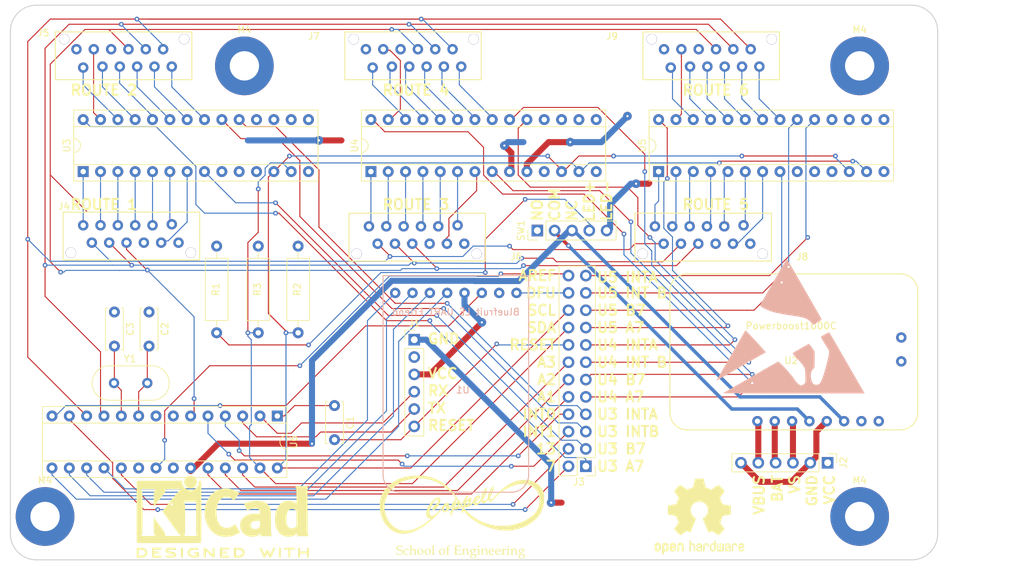
<source format=kicad_pcb>
(kicad_pcb (version 4) (host pcbnew 4.0.6)
  (layers (0 F.Cu mixed) (31 B.Cu mixed) (34 B.Paste user) (35 F.Paste user) (36 B.SilkS user) (37 F.SilkS user) (38 B.Mask user) (39 F.Mask user) (44 Edge.Cuts user))
  (net 0 "")
  (net 1 /CKC)
  (net 2 /GND)
  (net 3 /CKA)
  (net 4 /CKB)
  (net 5 /VCC)
  (net 6 /SCL)
  (net 7 /SDA)
  (net 8 "Net-(C2-Pad2)")
  (net 9 "Net-(R1-Pad1)")
  (net 10 "Net-(SW1-Pad2)")
  (net 11 /controller.sch/RESET)
  (net 12 /controller.sch/A0)
  (net 13 /controller.sch/A1)
  (net 14 /controller.sch/A2)
  (net 15 /controller.sch/A3)
  (net 16 /RXI)
  (net 17 /TXO)
  (net 18 /CTS)
  (net 19 /MOD)
  (net 20 /RTS)
  (net 21 /RST)
  (net 22 "Net-(C3-Pad2)")
  (net 23 /RX)
  (net 24 /TX)
  (net 25 /BLE_DFU)
  (net 26 "Net-(J2-Pad5)")
  (net 27 "Net-(J2-Pad4)")
  (net 28 "Net-(J2-Pad3)")
  (net 29 "Net-(J2-Pad2)")
  (net 30 /U3INTB)
  (net 31 /U3INTA)
  (net 32 /U3B7)
  (net 33 /U3A7)
  (net 34 /U4INTB)
  (net 35 /U4INTA)
  (net 36 /U4B7)
  (net 37 /U4A7)
  (net 38 /U5INTB)
  (net 39 /U5INTA)
  (net 40 /U5B7)
  (net 41 /U5A7)
  (net 42 /AREF)
  (net 43 /13)
  (net 44 /7)
  (net 45 /INT0)
  (net 46 /INT1)
  (net 47 "Net-(J4-Pad9)")
  (net 48 "Net-(J4-Pad10)")
  (net 49 "Net-(J4-Pad12)")
  (net 50 "Net-(J5-Pad9)")
  (net 51 "Net-(J5-Pad10)")
  (net 52 "Net-(J5-Pad12)")
  (net 53 "Net-(J6-Pad9)")
  (net 54 "Net-(J6-Pad10)")
  (net 55 "Net-(J6-Pad12)")
  (net 56 "Net-(J7-Pad9)")
  (net 57 "Net-(J7-Pad10)")
  (net 58 "Net-(J7-Pad12)")
  (net 59 "Net-(J8-Pad9)")
  (net 60 "Net-(J8-Pad10)")
  (net 61 "Net-(J8-Pad12)")
  (net 62 "Net-(J9-Pad9)")
  (net 63 "Net-(J9-Pad10)")
  (net 64 "Net-(J9-Pad12)")
  (net 65 "Net-(J4-Pad2)")
  (net 66 "Net-(J4-Pad4)")
  (net 67 "Net-(J4-Pad6)")
  (net 68 "Net-(J4-Pad8)")
  (net 69 "Net-(J5-Pad2)")
  (net 70 "Net-(J5-Pad4)")
  (net 71 "Net-(J5-Pad6)")
  (net 72 "Net-(J5-Pad8)")
  (net 73 "Net-(J6-Pad2)")
  (net 74 "Net-(J6-Pad4)")
  (net 75 "Net-(J6-Pad6)")
  (net 76 "Net-(J6-Pad8)")
  (net 77 "Net-(J7-Pad2)")
  (net 78 "Net-(J7-Pad4)")
  (net 79 "Net-(J7-Pad6)")
  (net 80 "Net-(J7-Pad8)")
  (net 81 "Net-(J8-Pad2)")
  (net 82 "Net-(J8-Pad4)")
  (net 83 "Net-(J8-Pad6)")
  (net 84 "Net-(J8-Pad8)")
  (net 85 "Net-(J9-Pad2)")
  (net 86 "Net-(J9-Pad4)")
  (net 87 "Net-(J9-Pad6)")
  (net 88 "Net-(J9-Pad8)")
  (module Symbols:ESD-Logo_22x20mm_SilkScreen (layer B.Cu) (at 187.96 124.46 180)
    (fp_text reference REF*** hide)
    (fp_text value ESD-Logo_22x20mm_SilkScreen hide)
  )
  (module Housings_DIP:DIP-28_W7.62mm_Socket (layer F.Cu) (at 84.328 101.854 90)
    (fp_text reference U3 (at 3.81 -2.39 90) (layer F.SilkS))
    (fp_text value MCP23017)
    (pad 1 thru_hole rect (at 0 0 90) (size 1.6 1.6) (drill 0.8) (layers *.Cu *.Mask) (net 65 "Net-(J4-Pad2)"))
    (pad 15 thru_hole oval (at 7.62 33.02 90) (size 1.6 1.6) (drill 0.8) (layers *.Cu *.Mask) (net 2 /GND))
    (pad 2 thru_hole oval (at 0 2.54 90) (size 1.6 1.6) (drill 0.8) (layers *.Cu *.Mask) (net 66 "Net-(J4-Pad4)"))
    (pad 16 thru_hole oval (at 7.62 30.48 90) (size 1.6 1.6) (drill 0.8) (layers *.Cu *.Mask) (net 2 /GND))
    (pad 3 thru_hole oval (at 0 5.08 90) (size 1.6 1.6) (drill 0.8) (layers *.Cu *.Mask) (net 67 "Net-(J4-Pad6)"))
    (pad 17 thru_hole oval (at 7.62 27.94 90) (size 1.6 1.6) (drill 0.8) (layers *.Cu *.Mask) (net 2 /GND))
    (pad 4 thru_hole oval (at 0 7.62 90) (size 1.6 1.6) (drill 0.8) (layers *.Cu *.Mask) (net 68 "Net-(J4-Pad8)"))
    (pad 18 thru_hole oval (at 7.62 25.4 90) (size 1.6 1.6) (drill 0.8) (layers *.Cu *.Mask) (net 5 /VCC))
    (pad 5 thru_hole oval (at 0 10.16 90) (size 1.6 1.6) (drill 0.8) (layers *.Cu *.Mask) (net 48 "Net-(J4-Pad10)"))
    (pad 19 thru_hole oval (at 7.62 22.86 90) (size 1.6 1.6) (drill 0.8) (layers *.Cu *.Mask) (net 30 /U3INTB))
    (pad 6 thru_hole oval (at 0 12.7 90) (size 1.6 1.6) (drill 0.8) (layers *.Cu *.Mask) (net 49 "Net-(J4-Pad12)"))
    (pad 20 thru_hole oval (at 7.62 20.32 90) (size 1.6 1.6) (drill 0.8) (layers *.Cu *.Mask) (net 31 /U3INTA))
    (pad 7 thru_hole oval (at 0 15.24 90) (size 1.6 1.6) (drill 0.8) (layers *.Cu *.Mask) (net 47 "Net-(J4-Pad9)"))
    (pad 21 thru_hole oval (at 7.62 17.78 90) (size 1.6 1.6) (drill 0.8) (layers *.Cu *.Mask) (net 69 "Net-(J5-Pad2)"))
    (pad 8 thru_hole oval (at 0 17.78 90) (size 1.6 1.6) (drill 0.8) (layers *.Cu *.Mask) (net 32 /U3B7))
    (pad 22 thru_hole oval (at 7.62 15.24 90) (size 1.6 1.6) (drill 0.8) (layers *.Cu *.Mask) (net 70 "Net-(J5-Pad4)"))
    (pad 9 thru_hole oval (at 0 20.32 90) (size 1.6 1.6) (drill 0.8) (layers *.Cu *.Mask) (net 5 /VCC))
    (pad 23 thru_hole oval (at 7.62 12.7 90) (size 1.6 1.6) (drill 0.8) (layers *.Cu *.Mask) (net 71 "Net-(J5-Pad6)"))
    (pad 10 thru_hole oval (at 0 22.86 90) (size 1.6 1.6) (drill 0.8) (layers *.Cu *.Mask) (net 2 /GND))
    (pad 24 thru_hole oval (at 7.62 10.16 90) (size 1.6 1.6) (drill 0.8) (layers *.Cu *.Mask) (net 72 "Net-(J5-Pad8)"))
    (pad 11 thru_hole oval (at 0 25.4 90) (size 1.6 1.6) (drill 0.8) (layers *.Cu *.Mask))
    (pad 25 thru_hole oval (at 7.62 7.62 90) (size 1.6 1.6) (drill 0.8) (layers *.Cu *.Mask) (net 51 "Net-(J5-Pad10)"))
    (pad 12 thru_hole oval (at 0 27.94 90) (size 1.6 1.6) (drill 0.8) (layers *.Cu *.Mask) (net 6 /SCL))
    (pad 26 thru_hole oval (at 7.62 5.08 90) (size 1.6 1.6) (drill 0.8) (layers *.Cu *.Mask) (net 52 "Net-(J5-Pad12)"))
    (pad 13 thru_hole oval (at 0 30.48 90) (size 1.6 1.6) (drill 0.8) (layers *.Cu *.Mask) (net 7 /SDA))
    (pad 27 thru_hole oval (at 7.62 2.54 90) (size 1.6 1.6) (drill 0.8) (layers *.Cu *.Mask) (net 50 "Net-(J5-Pad9)"))
    (pad 14 thru_hole oval (at 0 33.02 90) (size 1.6 1.6) (drill 0.8) (layers *.Cu *.Mask))
    (pad 28 thru_hole oval (at 7.62 0 90) (size 1.6 1.6) (drill 0.8) (layers *.Cu *.Mask) (net 33 /U3A7))
  )
  (module Extra-Parts:Picofit-12 (layer F.Cu) (at 174.752 110.998 90)
    (fp_text reference J8 (at -3.32652 14.955596 180) (layer F.SilkS))
    (fp_text value CONN_02X06)
    (pad 11 thru_hole circle (at -1.42152 7.335596 180) (size 1.524 1.524) (drill 0.8) (layers *.Cu *.Mask))
    (pad 12 thru_hole circle (at 1.27 6.35 180) (size 1.524 1.524) (drill 0.8) (layers *.Cu *.Mask) (net 61 "Net-(J8-Pad12)"))
    (pad 9 thru_hole circle (at -1.42152 4.795596 180) (size 1.524 1.524) (drill 0.8) (layers *.Cu *.Mask) (net 59 "Net-(J8-Pad9)"))
    (pad 10 thru_hole circle (at 1.11848 3.525596 180) (size 1.524 1.524) (drill 0.8) (layers *.Cu *.Mask) (net 60 "Net-(J8-Pad10)"))
    (pad 7 thru_hole circle (at -1.42152 2.255596 180) (size 1.524 1.524) (drill 0.8) (layers *.Cu *.Mask) (net 2 /GND))
    (pad 8 thru_hole circle (at 1.11848 0.985596 180) (size 1.524 1.524) (drill 0.8) (layers *.Cu *.Mask) (net 84 "Net-(J8-Pad8)"))
    (pad 5 thru_hole circle (at -1.42152 -0.284404 180) (size 1.524 1.524) (drill 0.8) (layers *.Cu *.Mask) (net 3 /CKA))
    (pad 6 thru_hole circle (at 1.11848 -1.554404 180) (size 1.524 1.524) (drill 0.8) (layers *.Cu *.Mask) (net 83 "Net-(J8-Pad6)"))
    (pad 3 thru_hole circle (at -1.42152 -2.824404 180) (size 1.524 1.524) (drill 0.8) (layers *.Cu *.Mask) (net 4 /CKB))
    (pad 4 thru_hole circle (at 1.11848 -4.094404 180) (size 1.524 1.524) (drill 0.8) (layers *.Cu *.Mask) (net 82 "Net-(J8-Pad4)"))
    (pad 1 thru_hole circle (at -1.42152 -5.364404 180) (size 1.524 1.524) (drill 0.8) (layers *.Cu *.Mask) (net 1 /CKC))
    (pad 2 thru_hole circle (at 1.11848 -6.634404 180) (size 1.524 1.524) (drill 0.8) (layers *.Cu *.Mask) (net 81 "Net-(J8-Pad2)"))
    (pad "" np_thru_hole circle (at -2.90152 -8.434404 180) (size 1.524 1.524) (drill 1.5) (layers *.Cu *.Mask))
    (pad "" np_thru_hole circle (at -2.90152 9.135596 180) (size 1.524 1.524) (drill 1.5) (layers *.Cu *.Mask))
  )
  (module Extra-Parts:Picofit-12 (layer F.Cu) (at 90.962404 110.84648 90)
    (fp_text reference J4 (at 3.91248 -9.428404 180) (layer F.SilkS))
    (fp_text value CONN_02X06)
    (pad 11 thru_hole circle (at -1.42152 7.335596 180) (size 1.524 1.524) (drill 0.8) (layers *.Cu *.Mask))
    (pad 12 thru_hole circle (at 1.27 6.35 180) (size 1.524 1.524) (drill 0.8) (layers *.Cu *.Mask) (net 49 "Net-(J4-Pad12)"))
    (pad 9 thru_hole circle (at -1.42152 4.795596 180) (size 1.524 1.524) (drill 0.8) (layers *.Cu *.Mask) (net 47 "Net-(J4-Pad9)"))
    (pad 10 thru_hole circle (at 1.11848 3.525596 180) (size 1.524 1.524) (drill 0.8) (layers *.Cu *.Mask) (net 48 "Net-(J4-Pad10)"))
    (pad 7 thru_hole circle (at -1.42152 2.255596 180) (size 1.524 1.524) (drill 0.8) (layers *.Cu *.Mask) (net 2 /GND))
    (pad 8 thru_hole circle (at 1.11848 0.985596 180) (size 1.524 1.524) (drill 0.8) (layers *.Cu *.Mask) (net 68 "Net-(J4-Pad8)"))
    (pad 5 thru_hole circle (at -1.42152 -0.284404 180) (size 1.524 1.524) (drill 0.8) (layers *.Cu *.Mask) (net 3 /CKA))
    (pad 6 thru_hole circle (at 1.11848 -1.554404 180) (size 1.524 1.524) (drill 0.8) (layers *.Cu *.Mask) (net 67 "Net-(J4-Pad6)"))
    (pad 3 thru_hole circle (at -1.42152 -2.824404 180) (size 1.524 1.524) (drill 0.8) (layers *.Cu *.Mask) (net 4 /CKB))
    (pad 4 thru_hole circle (at 1.11848 -4.094404 180) (size 1.524 1.524) (drill 0.8) (layers *.Cu *.Mask) (net 66 "Net-(J4-Pad4)"))
    (pad 1 thru_hole circle (at -1.42152 -5.364404 180) (size 1.524 1.524) (drill 0.8) (layers *.Cu *.Mask) (net 1 /CKC))
    (pad 2 thru_hole circle (at 1.11848 -6.634404 180) (size 1.524 1.524) (drill 0.8) (layers *.Cu *.Mask) (net 65 "Net-(J4-Pad2)"))
    (pad "" np_thru_hole circle (at -2.90152 -8.434404 180) (size 1.524 1.524) (drill 1.5) (layers *.Cu *.Mask))
    (pad "" np_thru_hole circle (at -2.90152 9.135596 180) (size 1.524 1.524) (drill 1.5) (layers *.Cu *.Mask))
  )
  (module Extra-Parts:Picofit-12 (layer F.Cu) (at 176.784 85.344 270)
    (fp_text reference J9 (at -3.32652 14.955596 360) (layer F.SilkS))
    (fp_text value CONN_02X06)
    (pad 11 thru_hole circle (at -1.42152 7.335596) (size 1.524 1.524) (drill 0.8) (layers *.Cu *.Mask))
    (pad 12 thru_hole circle (at 1.27 6.35) (size 1.524 1.524) (drill 0.8) (layers *.Cu *.Mask) (net 64 "Net-(J9-Pad12)"))
    (pad 9 thru_hole circle (at -1.42152 4.795596) (size 1.524 1.524) (drill 0.8) (layers *.Cu *.Mask) (net 62 "Net-(J9-Pad9)"))
    (pad 10 thru_hole circle (at 1.11848 3.525596) (size 1.524 1.524) (drill 0.8) (layers *.Cu *.Mask) (net 63 "Net-(J9-Pad10)"))
    (pad 7 thru_hole circle (at -1.42152 2.255596) (size 1.524 1.524) (drill 0.8) (layers *.Cu *.Mask) (net 2 /GND))
    (pad 8 thru_hole circle (at 1.11848 0.985596) (size 1.524 1.524) (drill 0.8) (layers *.Cu *.Mask) (net 88 "Net-(J9-Pad8)"))
    (pad 5 thru_hole circle (at -1.42152 -0.284404) (size 1.524 1.524) (drill 0.8) (layers *.Cu *.Mask) (net 3 /CKA))
    (pad 6 thru_hole circle (at 1.11848 -1.554404) (size 1.524 1.524) (drill 0.8) (layers *.Cu *.Mask) (net 87 "Net-(J9-Pad6)"))
    (pad 3 thru_hole circle (at -1.42152 -2.824404) (size 1.524 1.524) (drill 0.8) (layers *.Cu *.Mask) (net 4 /CKB))
    (pad 4 thru_hole circle (at 1.11848 -4.094404) (size 1.524 1.524) (drill 0.8) (layers *.Cu *.Mask) (net 86 "Net-(J9-Pad4)"))
    (pad 1 thru_hole circle (at -1.42152 -5.364404) (size 1.524 1.524) (drill 0.8) (layers *.Cu *.Mask) (net 1 /CKC))
    (pad 2 thru_hole circle (at 1.11848 -6.634404) (size 1.524 1.524) (drill 0.8) (layers *.Cu *.Mask) (net 85 "Net-(J9-Pad2)"))
    (pad "" np_thru_hole circle (at -2.90152 -8.434404) (size 1.524 1.524) (drill 1.5) (layers *.Cu *.Mask))
    (pad "" np_thru_hole circle (at -2.90152 9.135596) (size 1.524 1.524) (drill 1.5) (layers *.Cu *.Mask))
  )
  (module Housings_DIP:DIP-28_W7.62mm_Socket (layer F.Cu) (at 126.492 101.854 90)
    (fp_text reference U4 (at 3.81 -2.39 90) (layer F.SilkS))
    (fp_text value MCP23017)
    (pad 1 thru_hole rect (at 0 0 90) (size 1.6 1.6) (drill 0.8) (layers *.Cu *.Mask) (net 73 "Net-(J6-Pad2)"))
    (pad 15 thru_hole oval (at 7.62 33.02 90) (size 1.6 1.6) (drill 0.8) (layers *.Cu *.Mask) (net 5 /VCC))
    (pad 2 thru_hole oval (at 0 2.54 90) (size 1.6 1.6) (drill 0.8) (layers *.Cu *.Mask) (net 74 "Net-(J6-Pad4)"))
    (pad 16 thru_hole oval (at 7.62 30.48 90) (size 1.6 1.6) (drill 0.8) (layers *.Cu *.Mask) (net 2 /GND))
    (pad 3 thru_hole oval (at 0 5.08 90) (size 1.6 1.6) (drill 0.8) (layers *.Cu *.Mask) (net 75 "Net-(J6-Pad6)"))
    (pad 17 thru_hole oval (at 7.62 27.94 90) (size 1.6 1.6) (drill 0.8) (layers *.Cu *.Mask) (net 2 /GND))
    (pad 4 thru_hole oval (at 0 7.62 90) (size 1.6 1.6) (drill 0.8) (layers *.Cu *.Mask) (net 76 "Net-(J6-Pad8)"))
    (pad 18 thru_hole oval (at 7.62 25.4 90) (size 1.6 1.6) (drill 0.8) (layers *.Cu *.Mask) (net 5 /VCC))
    (pad 5 thru_hole oval (at 0 10.16 90) (size 1.6 1.6) (drill 0.8) (layers *.Cu *.Mask) (net 54 "Net-(J6-Pad10)"))
    (pad 19 thru_hole oval (at 7.62 22.86 90) (size 1.6 1.6) (drill 0.8) (layers *.Cu *.Mask) (net 34 /U4INTB))
    (pad 6 thru_hole oval (at 0 12.7 90) (size 1.6 1.6) (drill 0.8) (layers *.Cu *.Mask) (net 55 "Net-(J6-Pad12)"))
    (pad 20 thru_hole oval (at 7.62 20.32 90) (size 1.6 1.6) (drill 0.8) (layers *.Cu *.Mask) (net 35 /U4INTA))
    (pad 7 thru_hole oval (at 0 15.24 90) (size 1.6 1.6) (drill 0.8) (layers *.Cu *.Mask) (net 53 "Net-(J6-Pad9)"))
    (pad 21 thru_hole oval (at 7.62 17.78 90) (size 1.6 1.6) (drill 0.8) (layers *.Cu *.Mask) (net 77 "Net-(J7-Pad2)"))
    (pad 8 thru_hole oval (at 0 17.78 90) (size 1.6 1.6) (drill 0.8) (layers *.Cu *.Mask) (net 36 /U4B7))
    (pad 22 thru_hole oval (at 7.62 15.24 90) (size 1.6 1.6) (drill 0.8) (layers *.Cu *.Mask) (net 78 "Net-(J7-Pad4)"))
    (pad 9 thru_hole oval (at 0 20.32 90) (size 1.6 1.6) (drill 0.8) (layers *.Cu *.Mask) (net 5 /VCC))
    (pad 23 thru_hole oval (at 7.62 12.7 90) (size 1.6 1.6) (drill 0.8) (layers *.Cu *.Mask) (net 79 "Net-(J7-Pad6)"))
    (pad 10 thru_hole oval (at 0 22.86 90) (size 1.6 1.6) (drill 0.8) (layers *.Cu *.Mask) (net 2 /GND))
    (pad 24 thru_hole oval (at 7.62 10.16 90) (size 1.6 1.6) (drill 0.8) (layers *.Cu *.Mask) (net 80 "Net-(J7-Pad8)"))
    (pad 11 thru_hole oval (at 0 25.4 90) (size 1.6 1.6) (drill 0.8) (layers *.Cu *.Mask))
    (pad 25 thru_hole oval (at 7.62 7.62 90) (size 1.6 1.6) (drill 0.8) (layers *.Cu *.Mask) (net 57 "Net-(J7-Pad10)"))
    (pad 12 thru_hole oval (at 0 27.94 90) (size 1.6 1.6) (drill 0.8) (layers *.Cu *.Mask) (net 6 /SCL))
    (pad 26 thru_hole oval (at 7.62 5.08 90) (size 1.6 1.6) (drill 0.8) (layers *.Cu *.Mask) (net 58 "Net-(J7-Pad12)"))
    (pad 13 thru_hole oval (at 0 30.48 90) (size 1.6 1.6) (drill 0.8) (layers *.Cu *.Mask) (net 7 /SDA))
    (pad 27 thru_hole oval (at 7.62 2.54 90) (size 1.6 1.6) (drill 0.8) (layers *.Cu *.Mask) (net 56 "Net-(J7-Pad9)"))
    (pad 14 thru_hole oval (at 0 33.02 90) (size 1.6 1.6) (drill 0.8) (layers *.Cu *.Mask))
    (pad 28 thru_hole oval (at 7.62 0 90) (size 1.6 1.6) (drill 0.8) (layers *.Cu *.Mask) (net 37 /U4A7))
  )
  (module Extra-Parts:Blueferuit_LE_UART (layer B.Cu) (at 128.27 117.094 270)
    (fp_text reference U1 (at 16.764 -11.684 360) (layer B.SilkS) (effects (justify mirror)))
    (fp_text value Adafruit_Bluefruit_LE_UART_Friend)
    (pad 1 thru_hole circle (at 2.54 -1.778 270) (size 1.524 1.524) (drill 0.762) (layers *.Cu *.Mask) (net 19 /MOD))
    (pad 2 thru_hole circle (at 2.54 -4.318 270) (size 1.524 1.524) (drill 0.762) (layers *.Cu *.Mask) (net 18 /CTS))
    (pad 3 thru_hole circle (at 2.54 -6.858 270) (size 1.524 1.524) (drill 0.762) (layers *.Cu *.Mask) (net 17 /TXO))
    (pad 4 thru_hole circle (at 2.54 -9.398 270) (size 1.524 1.524) (drill 0.762) (layers *.Cu *.Mask) (net 16 /RXI))
    (pad 5 thru_hole circle (at 2.54 -11.938 270) (size 1.524 1.524) (drill 0.762) (layers *.Cu *.Mask) (net 5 /VCC))
    (pad 6 thru_hole circle (at 2.54 -14.478 270) (size 1.524 1.524) (drill 0.762) (layers *.Cu *.Mask) (net 20 /RTS))
    (pad 7 thru_hole circle (at 2.54 -17.018 270) (size 1.524 1.524) (drill 0.762) (layers *.Cu *.Mask) (net 2 /GND))
    (pad 8 thru_hole circle (at 2.54 -19.558 270) (size 1.524 1.524) (drill 0.762) (layers *.Cu *.Mask) (net 25 /BLE_DFU))
  )
  (module Capacitors_THT:C_Disc_D6.0mm_W2.5mm_P5.00mm (layer F.Cu) (at 121.158 136.144 270)
    (fp_text reference C1 (at 2.5 -2.31 270) (layer F.SilkS))
    (fp_text value C.1uF)
    (pad 1 thru_hole circle (at 0 0 270) (size 1.6 1.6) (drill 0.8) (layers *.Cu *.Mask) (net 11 /controller.sch/RESET))
    (pad 2 thru_hole circle (at 5 0 270) (size 1.6 1.6) (drill 0.8) (layers *.Cu *.Mask) (net 21 /RST))
  )
  (module Pin_Headers:Pin_Header_Straight_1x06_Pitch2.54mm (layer F.Cu) (at 132.842 126.492)
    (fp_text reference J1 (at 0 -2.39) (layer F.SilkS))
    (fp_text value CONN_01X06)
    (pad 1 thru_hole rect (at 0 0) (size 1.7 1.7) (drill 1) (layers *.Cu *.Mask) (net 2 /GND))
    (pad 2 thru_hole oval (at 0 2.54) (size 1.7 1.7) (drill 1) (layers *.Cu *.Mask))
    (pad 3 thru_hole oval (at 0 5.08) (size 1.7 1.7) (drill 1) (layers *.Cu *.Mask) (net 5 /VCC))
    (pad 4 thru_hole oval (at 0 7.62) (size 1.7 1.7) (drill 1) (layers *.Cu *.Mask) (net 23 /RX))
    (pad 5 thru_hole oval (at 0 10.16) (size 1.7 1.7) (drill 1) (layers *.Cu *.Mask) (net 24 /TX))
    (pad 6 thru_hole oval (at 0 12.7) (size 1.7 1.7) (drill 1) (layers *.Cu *.Mask) (net 21 /RST))
  )
  (module Pin_Headers:Pin_Header_Straight_2x12_Pitch2.54mm (layer F.Cu) (at 157.988 145.034 180)
    (fp_text reference J3 (at 1.016 -2.286 180) (layer F.SilkS))
    (fp_text value CONN_02X12)
    (pad 1 thru_hole rect (at 0 0 180) (size 1.7 1.7) (drill 1) (layers *.Cu *.Mask) (net 33 /U3A7))
    (pad 2 thru_hole oval (at 2.54 0 180) (size 1.7 1.7) (drill 1) (layers *.Cu *.Mask) (net 44 /7))
    (pad 3 thru_hole oval (at 0 2.54 180) (size 1.7 1.7) (drill 1) (layers *.Cu *.Mask) (net 32 /U3B7))
    (pad 4 thru_hole oval (at 2.54 2.54 180) (size 1.7 1.7) (drill 1) (layers *.Cu *.Mask) (net 43 /13))
    (pad 5 thru_hole oval (at 0 5.08 180) (size 1.7 1.7) (drill 1) (layers *.Cu *.Mask) (net 31 /U3INTA))
    (pad 6 thru_hole oval (at 2.54 5.08 180) (size 1.7 1.7) (drill 1) (layers *.Cu *.Mask) (net 46 /INT1))
    (pad 7 thru_hole oval (at 0 7.62 180) (size 1.7 1.7) (drill 1) (layers *.Cu *.Mask) (net 30 /U3INTB))
    (pad 8 thru_hole oval (at 2.54 7.62 180) (size 1.7 1.7) (drill 1) (layers *.Cu *.Mask) (net 45 /INT0))
    (pad 9 thru_hole oval (at 0 10.16 180) (size 1.7 1.7) (drill 1) (layers *.Cu *.Mask) (net 37 /U4A7))
    (pad 10 thru_hole oval (at 2.54 10.16 180) (size 1.7 1.7) (drill 1) (layers *.Cu *.Mask) (net 13 /controller.sch/A1))
    (pad 11 thru_hole oval (at 0 12.7 180) (size 1.7 1.7) (drill 1) (layers *.Cu *.Mask) (net 36 /U4B7))
    (pad 12 thru_hole oval (at 2.54 12.7 180) (size 1.7 1.7) (drill 1) (layers *.Cu *.Mask) (net 14 /controller.sch/A2))
    (pad 13 thru_hole oval (at 0 15.24 180) (size 1.7 1.7) (drill 1) (layers *.Cu *.Mask) (net 35 /U4INTA))
    (pad 14 thru_hole oval (at 2.54 15.24 180) (size 1.7 1.7) (drill 1) (layers *.Cu *.Mask) (net 15 /controller.sch/A3))
    (pad 15 thru_hole oval (at 0 17.78 180) (size 1.7 1.7) (drill 1) (layers *.Cu *.Mask) (net 34 /U4INTB))
    (pad 16 thru_hole oval (at 2.54 17.78 180) (size 1.7 1.7) (drill 1) (layers *.Cu *.Mask) (net 21 /RST))
    (pad 17 thru_hole oval (at 0 20.32 180) (size 1.7 1.7) (drill 1) (layers *.Cu *.Mask) (net 41 /U5A7))
    (pad 18 thru_hole oval (at 2.54 20.32 180) (size 1.7 1.7) (drill 1) (layers *.Cu *.Mask) (net 7 /SDA))
    (pad 19 thru_hole oval (at 0 22.86 180) (size 1.7 1.7) (drill 1) (layers *.Cu *.Mask) (net 40 /U5B7))
    (pad 20 thru_hole oval (at 2.54 22.86 180) (size 1.7 1.7) (drill 1) (layers *.Cu *.Mask) (net 6 /SCL))
    (pad 21 thru_hole oval (at 0 25.4 180) (size 1.7 1.7) (drill 1) (layers *.Cu *.Mask) (net 39 /U5INTA))
    (pad 22 thru_hole oval (at 2.54 25.4 180) (size 1.7 1.7) (drill 1) (layers *.Cu *.Mask) (net 25 /BLE_DFU))
    (pad 23 thru_hole oval (at 0 27.94 180) (size 1.7 1.7) (drill 1) (layers *.Cu *.Mask) (net 38 /U5INTB))
    (pad 24 thru_hole oval (at 2.54 27.94 180) (size 1.7 1.7) (drill 1) (layers *.Cu *.Mask) (net 42 /AREF))
  )
  (module Resistors_THT:R_Axial_DIN0309_L9.0mm_D3.2mm_P12.70mm_Horizontal (layer F.Cu) (at 103.886 125.476 90)
    (fp_text reference R1 (at 6.35 -0.12 90) (layer F.SilkS))
    (fp_text value R220)
    (pad 1 thru_hole circle (at 0 0 90) (size 1.6 1.6) (drill 0.8) (layers *.Cu *.Mask) (net 9 "Net-(R1-Pad1)"))
    (pad 2 thru_hole oval (at 12.7 0 90) (size 1.6 1.6) (drill 0.8) (layers *.Cu *.Mask) (net 5 /VCC))
  )
  (module Resistors_THT:R_Axial_DIN0309_L9.0mm_D3.2mm_P12.70mm_Horizontal (layer F.Cu) (at 115.824 125.476 90)
    (fp_text reference R2 (at 6.35 -0.12 90) (layer F.SilkS))
    (fp_text value R4K7)
    (pad 1 thru_hole circle (at 0 0 90) (size 1.6 1.6) (drill 0.8) (layers *.Cu *.Mask) (net 6 /SCL))
    (pad 2 thru_hole oval (at 12.7 0 90) (size 1.6 1.6) (drill 0.8) (layers *.Cu *.Mask) (net 5 /VCC))
  )
  (module Resistors_THT:R_Axial_DIN0309_L9.0mm_D3.2mm_P12.70mm_Horizontal (layer F.Cu) (at 109.982 125.476 90)
    (fp_text reference R3 (at 6.35 -0.12 90) (layer F.SilkS))
    (fp_text value R4K7)
    (pad 1 thru_hole circle (at 0 0 90) (size 1.6 1.6) (drill 0.8) (layers *.Cu *.Mask) (net 7 /SDA))
    (pad 2 thru_hole oval (at 12.7 0 90) (size 1.6 1.6) (drill 0.8) (layers *.Cu *.Mask) (net 5 /VCC))
  )
  (module Pin_Headers:Pin_Header_Straight_1x05_Pitch2.54mm (layer F.Cu) (at 150.876 110.49 90)
    (fp_text reference SW1 (at 0 -2.39 90) (layer F.SilkS))
    (fp_text value SW_SPDT_LED)
    (pad 1 thru_hole rect (at 0 0 90) (size 1.7 1.7) (drill 1) (layers *.Cu *.Mask) (net 2 /GND))
    (pad 2 thru_hole oval (at 0 2.54 90) (size 1.7 1.7) (drill 1) (layers *.Cu *.Mask) (net 10 "Net-(SW1-Pad2)"))
    (pad 3 thru_hole oval (at 0 5.08 90) (size 1.7 1.7) (drill 1) (layers *.Cu *.Mask) (net 12 /controller.sch/A0))
    (pad 4 thru_hole oval (at 0 7.62 90) (size 1.7 1.7) (drill 1) (layers *.Cu *.Mask) (net 9 "Net-(R1-Pad1)"))
    (pad 5 thru_hole oval (at 0 10.16 90) (size 1.7 1.7) (drill 1) (layers *.Cu *.Mask) (net 2 /GND))
  )
  (module Extra-Parts:Powerboost1000c (layer F.Cu) (at 170.307 116.84)
    (fp_text reference U2 (at 17.78 12.7) (layer F.SilkS))
    (fp_text value Powerboost1000C (at 17.78 7.62) (layer F.SilkS))
    (pad 1 thru_hole circle (at 12.827 21.59) (size 1.524 1.524) (drill 0.762) (layers *.Cu *.Mask) (net 26 "Net-(J2-Pad5)"))
    (pad 2 thru_hole circle (at 15.367 21.59) (size 1.524 1.524) (drill 0.762) (layers *.Cu *.Mask) (net 27 "Net-(J2-Pad4)"))
    (pad 3 thru_hole circle (at 17.907 21.59) (size 1.524 1.524) (drill 0.762) (layers *.Cu *.Mask) (net 28 "Net-(J2-Pad3)"))
    (pad 4 thru_hole circle (at 20.447 21.59) (size 1.524 1.524) (drill 0.762) (layers *.Cu *.Mask) (net 10 "Net-(SW1-Pad2)"))
    (pad 5 thru_hole circle (at 22.987 21.59) (size 1.524 1.524) (drill 0.762) (layers *.Cu *.Mask) (net 29 "Net-(J2-Pad2)"))
    (pad 6 thru_hole circle (at 25.527 21.59) (size 1.524 1.524) (drill 0.762) (layers *.Cu *.Mask) (net 12 /controller.sch/A0))
    (pad 7 thru_hole circle (at 28.067 21.59) (size 1.524 1.524) (drill 0.762) (layers *.Cu *.Mask) (net 2 /GND))
    (pad 8 thru_hole circle (at 30.607 21.59) (size 1.524 1.524) (drill 0.762) (layers *.Cu *.Mask) (net 5 /VCC))
    (pad 9 thru_hole circle (at 33.909 12.827) (size 1.524 1.524) (drill 0.762) (layers *.Cu *.Mask))
    (pad 10 thru_hole circle (at 33.909 9.327) (size 1.524 1.524) (drill 0.762) (layers *.Cu *.Mask))
  )
  (module Housings_DIP:DIP-28_W7.62mm_Socket (layer F.Cu) (at 168.656 101.854 90)
    (fp_text reference U5 (at 3.81 -2.39 90) (layer F.SilkS))
    (fp_text value MCP23017)
    (pad 1 thru_hole rect (at 0 0 90) (size 1.6 1.6) (drill 0.8) (layers *.Cu *.Mask) (net 81 "Net-(J8-Pad2)"))
    (pad 15 thru_hole oval (at 7.62 33.02 90) (size 1.6 1.6) (drill 0.8) (layers *.Cu *.Mask) (net 5 /VCC))
    (pad 2 thru_hole oval (at 0 2.54 90) (size 1.6 1.6) (drill 0.8) (layers *.Cu *.Mask) (net 82 "Net-(J8-Pad4)"))
    (pad 16 thru_hole oval (at 7.62 30.48 90) (size 1.6 1.6) (drill 0.8) (layers *.Cu *.Mask) (net 2 /GND))
    (pad 3 thru_hole oval (at 0 5.08 90) (size 1.6 1.6) (drill 0.8) (layers *.Cu *.Mask) (net 83 "Net-(J8-Pad6)"))
    (pad 17 thru_hole oval (at 7.62 27.94 90) (size 1.6 1.6) (drill 0.8) (layers *.Cu *.Mask) (net 2 /GND))
    (pad 4 thru_hole oval (at 0 7.62 90) (size 1.6 1.6) (drill 0.8) (layers *.Cu *.Mask) (net 84 "Net-(J8-Pad8)"))
    (pad 18 thru_hole oval (at 7.62 25.4 90) (size 1.6 1.6) (drill 0.8) (layers *.Cu *.Mask) (net 5 /VCC))
    (pad 5 thru_hole oval (at 0 10.16 90) (size 1.6 1.6) (drill 0.8) (layers *.Cu *.Mask) (net 60 "Net-(J8-Pad10)"))
    (pad 19 thru_hole oval (at 7.62 22.86 90) (size 1.6 1.6) (drill 0.8) (layers *.Cu *.Mask) (net 38 /U5INTB))
    (pad 6 thru_hole oval (at 0 12.7 90) (size 1.6 1.6) (drill 0.8) (layers *.Cu *.Mask) (net 61 "Net-(J8-Pad12)"))
    (pad 20 thru_hole oval (at 7.62 20.32 90) (size 1.6 1.6) (drill 0.8) (layers *.Cu *.Mask) (net 39 /U5INTA))
    (pad 7 thru_hole oval (at 0 15.24 90) (size 1.6 1.6) (drill 0.8) (layers *.Cu *.Mask) (net 59 "Net-(J8-Pad9)"))
    (pad 21 thru_hole oval (at 7.62 17.78 90) (size 1.6 1.6) (drill 0.8) (layers *.Cu *.Mask) (net 85 "Net-(J9-Pad2)"))
    (pad 8 thru_hole oval (at 0 17.78 90) (size 1.6 1.6) (drill 0.8) (layers *.Cu *.Mask) (net 40 /U5B7))
    (pad 22 thru_hole oval (at 7.62 15.24 90) (size 1.6 1.6) (drill 0.8) (layers *.Cu *.Mask) (net 86 "Net-(J9-Pad4)"))
    (pad 9 thru_hole oval (at 0 20.32 90) (size 1.6 1.6) (drill 0.8) (layers *.Cu *.Mask) (net 5 /VCC))
    (pad 23 thru_hole oval (at 7.62 12.7 90) (size 1.6 1.6) (drill 0.8) (layers *.Cu *.Mask) (net 87 "Net-(J9-Pad6)"))
    (pad 10 thru_hole oval (at 0 22.86 90) (size 1.6 1.6) (drill 0.8) (layers *.Cu *.Mask) (net 2 /GND))
    (pad 24 thru_hole oval (at 7.62 10.16 90) (size 1.6 1.6) (drill 0.8) (layers *.Cu *.Mask) (net 88 "Net-(J9-Pad8)"))
    (pad 11 thru_hole oval (at 0 25.4 90) (size 1.6 1.6) (drill 0.8) (layers *.Cu *.Mask))
    (pad 25 thru_hole oval (at 7.62 7.62 90) (size 1.6 1.6) (drill 0.8) (layers *.Cu *.Mask) (net 63 "Net-(J9-Pad10)"))
    (pad 12 thru_hole oval (at 0 27.94 90) (size 1.6 1.6) (drill 0.8) (layers *.Cu *.Mask) (net 6 /SCL))
    (pad 26 thru_hole oval (at 7.62 5.08 90) (size 1.6 1.6) (drill 0.8) (layers *.Cu *.Mask) (net 64 "Net-(J9-Pad12)"))
    (pad 13 thru_hole oval (at 0 30.48 90) (size 1.6 1.6) (drill 0.8) (layers *.Cu *.Mask) (net 7 /SDA))
    (pad 27 thru_hole oval (at 7.62 2.54 90) (size 1.6 1.6) (drill 0.8) (layers *.Cu *.Mask) (net 62 "Net-(J9-Pad9)"))
    (pad 14 thru_hole oval (at 0 33.02 90) (size 1.6 1.6) (drill 0.8) (layers *.Cu *.Mask))
    (pad 28 thru_hole oval (at 7.62 0 90) (size 1.6 1.6) (drill 0.8) (layers *.Cu *.Mask) (net 41 /U5A7))
  )
  (module Housings_DIP:DIP-28_W7.62mm_Socket (layer F.Cu) (at 112.776 137.668 270)
    (fp_text reference U6 (at 3.81 -2.39 270) (layer F.SilkS))
    (fp_text value ATMEGA328P-PU)
    (pad 1 thru_hole rect (at 0 0 270) (size 1.6 1.6) (drill 0.8) (layers *.Cu *.Mask) (net 11 /controller.sch/RESET))
    (pad 15 thru_hole oval (at 7.62 33.02 270) (size 1.6 1.6) (drill 0.8) (layers *.Cu *.Mask) (net 16 /RXI))
    (pad 2 thru_hole oval (at 0 2.54 270) (size 1.6 1.6) (drill 0.8) (layers *.Cu *.Mask) (net 23 /RX))
    (pad 16 thru_hole oval (at 7.62 30.48 270) (size 1.6 1.6) (drill 0.8) (layers *.Cu *.Mask) (net 17 /TXO))
    (pad 3 thru_hole oval (at 0 5.08 270) (size 1.6 1.6) (drill 0.8) (layers *.Cu *.Mask) (net 24 /TX))
    (pad 17 thru_hole oval (at 7.62 27.94 270) (size 1.6 1.6) (drill 0.8) (layers *.Cu *.Mask) (net 18 /CTS))
    (pad 4 thru_hole oval (at 0 7.62 270) (size 1.6 1.6) (drill 0.8) (layers *.Cu *.Mask) (net 45 /INT0))
    (pad 18 thru_hole oval (at 7.62 25.4 270) (size 1.6 1.6) (drill 0.8) (layers *.Cu *.Mask) (net 19 /MOD))
    (pad 5 thru_hole oval (at 0 10.16 270) (size 1.6 1.6) (drill 0.8) (layers *.Cu *.Mask) (net 46 /INT1))
    (pad 19 thru_hole oval (at 7.62 22.86 270) (size 1.6 1.6) (drill 0.8) (layers *.Cu *.Mask) (net 43 /13))
    (pad 6 thru_hole oval (at 0 12.7 270) (size 1.6 1.6) (drill 0.8) (layers *.Cu *.Mask) (net 3 /CKA))
    (pad 20 thru_hole oval (at 7.62 20.32 270) (size 1.6 1.6) (drill 0.8) (layers *.Cu *.Mask) (net 5 /VCC))
    (pad 7 thru_hole oval (at 0 15.24 270) (size 1.6 1.6) (drill 0.8) (layers *.Cu *.Mask) (net 5 /VCC))
    (pad 21 thru_hole oval (at 7.62 17.78 270) (size 1.6 1.6) (drill 0.8) (layers *.Cu *.Mask) (net 42 /AREF))
    (pad 8 thru_hole oval (at 0 17.78 270) (size 1.6 1.6) (drill 0.8) (layers *.Cu *.Mask) (net 2 /GND))
    (pad 22 thru_hole oval (at 7.62 15.24 270) (size 1.6 1.6) (drill 0.8) (layers *.Cu *.Mask) (net 2 /GND))
    (pad 9 thru_hole oval (at 0 20.32 270) (size 1.6 1.6) (drill 0.8) (layers *.Cu *.Mask) (net 8 "Net-(C2-Pad2)"))
    (pad 23 thru_hole oval (at 7.62 12.7 270) (size 1.6 1.6) (drill 0.8) (layers *.Cu *.Mask) (net 12 /controller.sch/A0))
    (pad 10 thru_hole oval (at 0 22.86 270) (size 1.6 1.6) (drill 0.8) (layers *.Cu *.Mask) (net 22 "Net-(C3-Pad2)"))
    (pad 24 thru_hole oval (at 7.62 10.16 270) (size 1.6 1.6) (drill 0.8) (layers *.Cu *.Mask) (net 13 /controller.sch/A1))
    (pad 11 thru_hole oval (at 0 25.4 270) (size 1.6 1.6) (drill 0.8) (layers *.Cu *.Mask) (net 4 /CKB))
    (pad 25 thru_hole oval (at 7.62 7.62 270) (size 1.6 1.6) (drill 0.8) (layers *.Cu *.Mask) (net 14 /controller.sch/A2))
    (pad 12 thru_hole oval (at 0 27.94 270) (size 1.6 1.6) (drill 0.8) (layers *.Cu *.Mask) (net 1 /CKC))
    (pad 26 thru_hole oval (at 7.62 5.08 270) (size 1.6 1.6) (drill 0.8) (layers *.Cu *.Mask) (net 15 /controller.sch/A3))
    (pad 13 thru_hole oval (at 0 30.48 270) (size 1.6 1.6) (drill 0.8) (layers *.Cu *.Mask) (net 44 /7))
    (pad 27 thru_hole oval (at 7.62 2.54 270) (size 1.6 1.6) (drill 0.8) (layers *.Cu *.Mask) (net 7 /SDA))
    (pad 14 thru_hole oval (at 0 33.02 270) (size 1.6 1.6) (drill 0.8) (layers *.Cu *.Mask) (net 20 /RTS))
    (pad 28 thru_hole oval (at 7.62 0 270) (size 1.6 1.6) (drill 0.8) (layers *.Cu *.Mask) (net 6 /SCL))
  )
  (module Crystals:Crystal_HC49-U_Vertical (layer F.Cu) (at 93.726 132.842 180)
    (fp_text reference Y1 (at 2.54 3.556 180) (layer F.SilkS))
    (fp_text value Crystal)
    (pad 1 thru_hole circle (at 0 0 180) (size 1.5 1.5) (drill 0.8) (layers *.Cu *.Mask) (net 8 "Net-(C2-Pad2)"))
    (pad 2 thru_hole circle (at 4.88 0 180) (size 1.5 1.5) (drill 0.8) (layers *.Cu *.Mask) (net 22 "Net-(C3-Pad2)"))
  )
  (module Capacitors_THT:C_Disc_D6.0mm_W2.5mm_P5.00mm (layer F.Cu) (at 93.98 122.428 270)
    (fp_text reference C2 (at 2.5 -2.31 270) (layer F.SilkS))
    (fp_text value C20p)
    (pad 1 thru_hole circle (at 0 0 270) (size 1.6 1.6) (drill 0.8) (layers *.Cu *.Mask) (net 2 /GND))
    (pad 2 thru_hole circle (at 5 0 270) (size 1.6 1.6) (drill 0.8) (layers *.Cu *.Mask) (net 8 "Net-(C2-Pad2)"))
  )
  (module Capacitors_THT:C_Disc_D6.0mm_W2.5mm_P5.00mm (layer F.Cu) (at 88.9 122.428 270)
    (fp_text reference C3 (at 2.5 -2.31 270) (layer F.SilkS))
    (fp_text value C20p)
    (pad 1 thru_hole circle (at 0 0 270) (size 1.6 1.6) (drill 0.8) (layers *.Cu *.Mask) (net 2 /GND))
    (pad 2 thru_hole circle (at 5 0 270) (size 1.6 1.6) (drill 0.8) (layers *.Cu *.Mask) (net 22 "Net-(C3-Pad2)"))
  )
  (module Mounting_Holes:MountingHole_4.3mm_M4_Pad (layer F.Cu) (at 107.95 86.36)
    (fp_text reference M4 (at 0 -5.3) (layer F.SilkS))
    (fp_text value MountingHole_4.3mm_M4_Pad)
    (pad 1 thru_hole circle (at 0 0) (size 8.6 8.6) (drill 4.3) (layers *.Cu *.Mask))
  )
  (module Mounting_Holes:MountingHole_4.3mm_M4_Pad (layer F.Cu) (at 78.74 152.4)
    (fp_text reference M4 (at 0 -5.3) (layer F.SilkS))
    (fp_text value MountingHole_4.3mm_M4_Pad)
    (pad 1 thru_hole circle (at 0 0) (size 8.6 8.6) (drill 4.3) (layers *.Cu *.Mask))
  )
  (module Mounting_Holes:MountingHole_4.3mm_M4_Pad (layer F.Cu) (at 198.12 152.4)
    (fp_text reference M4 (at 0 -5.3) (layer F.SilkS))
    (fp_text value MountingHole_4.3mm_M4_Pad)
    (pad 1 thru_hole circle (at 0 0) (size 8.6 8.6) (drill 4.3) (layers *.Cu *.Mask))
  )
  (module Mounting_Holes:MountingHole_4.3mm_M4_Pad (layer F.Cu) (at 198.12 86.36)
    (fp_text reference M4 (at 0 -5.3) (layer F.SilkS))
    (fp_text value MountingHole_4.3mm_M4_Pad)
    (pad 1 thru_hole circle (at 0 0) (size 8.6 8.6) (drill 4.3) (layers *.Cu *.Mask))
  )
  (module Symbols:OSHW-Logo2_14.6x12mm_SilkScreen (layer F.Cu) (at 174.625 152.4)
    (fp_text reference REF*** hide)
    (fp_text value OSHW-Logo2_14.6x12mm_SilkScreen hide)
  )
  (module Symbols:KiCad-Logo2_12mm_SilkScreen (layer F.Cu) (at 104.775 152.4)
    (fp_text reference REF*** hide)
    (fp_text value KiCad-Logo2_12mm_SilkScreen hide)
  )
  (module "Extra-Parts:SOE Logo" (layer F.Cu) (at 139.7 152.4)
    (fp_text reference G*** hide)
    (fp_text value LOGO hide)
  )
  (module Pin_Headers:Pin_Header_Straight_1x06_Pitch2.54mm (layer F.Cu) (at 193.421 144.526 270)
    (fp_text reference J2 (at 0 -2.33 270) (layer F.SilkS))
    (fp_text value CONN_01X06)
    (pad 1 thru_hole rect (at 0 0 270) (size 1.7 1.7) (drill 1) (layers *.Cu *.Mask) (net 5 /VCC))
    (pad 2 thru_hole oval (at 0 2.54 270) (size 1.7 1.7) (drill 1) (layers *.Cu *.Mask) (net 29 "Net-(J2-Pad2)"))
    (pad 3 thru_hole oval (at 0 5.08 270) (size 1.7 1.7) (drill 1) (layers *.Cu *.Mask) (net 28 "Net-(J2-Pad3)"))
    (pad 4 thru_hole oval (at 0 7.62 270) (size 1.7 1.7) (drill 1) (layers *.Cu *.Mask) (net 27 "Net-(J2-Pad4)"))
    (pad 5 thru_hole oval (at 0 10.16 270) (size 1.7 1.7) (drill 1) (layers *.Cu *.Mask) (net 26 "Net-(J2-Pad5)"))
    (pad 6 thru_hole oval (at 0 12.7 270) (size 1.7 1.7) (drill 1) (layers *.Cu *.Mask) (net 29 "Net-(J2-Pad2)"))
  )
  (module Extra-Parts:Picofit-12 (layer F.Cu) (at 90.678 85.344 270)
    (fp_text reference J5 (at -3.81 12.192 360) (layer F.SilkS))
    (fp_text value CONN_02X06)
    (pad 11 thru_hole circle (at -1.42152 7.335596) (size 1.524 1.524) (drill 0.8) (layers *.Cu *.Mask))
    (pad 12 thru_hole circle (at 1.27 6.35) (size 1.524 1.524) (drill 0.8) (layers *.Cu *.Mask) (net 52 "Net-(J5-Pad12)"))
    (pad 9 thru_hole circle (at -1.42152 4.795596) (size 1.524 1.524) (drill 0.8) (layers *.Cu *.Mask) (net 50 "Net-(J5-Pad9)"))
    (pad 10 thru_hole circle (at 1.11848 3.525596) (size 1.524 1.524) (drill 0.8) (layers *.Cu *.Mask) (net 51 "Net-(J5-Pad10)"))
    (pad 7 thru_hole circle (at -1.42152 2.255596) (size 1.524 1.524) (drill 0.8) (layers *.Cu *.Mask) (net 2 /GND))
    (pad 8 thru_hole circle (at 1.11848 0.985596) (size 1.524 1.524) (drill 0.8) (layers *.Cu *.Mask) (net 72 "Net-(J5-Pad8)"))
    (pad 5 thru_hole circle (at -1.42152 -0.284404) (size 1.524 1.524) (drill 0.8) (layers *.Cu *.Mask) (net 3 /CKA))
    (pad 6 thru_hole circle (at 1.11848 -1.554404) (size 1.524 1.524) (drill 0.8) (layers *.Cu *.Mask) (net 71 "Net-(J5-Pad6)"))
    (pad 3 thru_hole circle (at -1.42152 -2.824404) (size 1.524 1.524) (drill 0.8) (layers *.Cu *.Mask) (net 4 /CKB))
    (pad 4 thru_hole circle (at 1.11848 -4.094404) (size 1.524 1.524) (drill 0.8) (layers *.Cu *.Mask) (net 70 "Net-(J5-Pad4)"))
    (pad 1 thru_hole circle (at -1.42152 -5.364404) (size 1.524 1.524) (drill 0.8) (layers *.Cu *.Mask) (net 1 /CKC))
    (pad 2 thru_hole circle (at 1.11848 -6.634404) (size 1.524 1.524) (drill 0.8) (layers *.Cu *.Mask) (net 69 "Net-(J5-Pad2)"))
    (pad "" np_thru_hole circle (at -2.90152 -8.434404) (size 1.524 1.524) (drill 1.5) (layers *.Cu *.Mask))
    (pad "" np_thru_hole circle (at -2.90152 9.135596) (size 1.524 1.524) (drill 1.5) (layers *.Cu *.Mask))
  )
  (module Extra-Parts:Picofit-12 (layer F.Cu) (at 132.842 110.998 90)
    (fp_text reference J6 (at -3.32652 14.955596 180) (layer F.SilkS))
    (fp_text value CONN_02X06)
    (pad 11 thru_hole circle (at -1.42152 7.335596 180) (size 1.524 1.524) (drill 0.8) (layers *.Cu *.Mask))
    (pad 12 thru_hole circle (at 1.27 6.35 180) (size 1.524 1.524) (drill 0.8) (layers *.Cu *.Mask) (net 55 "Net-(J6-Pad12)"))
    (pad 9 thru_hole circle (at -1.42152 4.795596 180) (size 1.524 1.524) (drill 0.8) (layers *.Cu *.Mask) (net 53 "Net-(J6-Pad9)"))
    (pad 10 thru_hole circle (at 1.11848 3.525596 180) (size 1.524 1.524) (drill 0.8) (layers *.Cu *.Mask) (net 54 "Net-(J6-Pad10)"))
    (pad 7 thru_hole circle (at -1.42152 2.255596 180) (size 1.524 1.524) (drill 0.8) (layers *.Cu *.Mask) (net 2 /GND))
    (pad 8 thru_hole circle (at 1.11848 0.985596 180) (size 1.524 1.524) (drill 0.8) (layers *.Cu *.Mask) (net 76 "Net-(J6-Pad8)"))
    (pad 5 thru_hole circle (at -1.42152 -0.284404 180) (size 1.524 1.524) (drill 0.8) (layers *.Cu *.Mask) (net 3 /CKA))
    (pad 6 thru_hole circle (at 1.11848 -1.554404 180) (size 1.524 1.524) (drill 0.8) (layers *.Cu *.Mask) (net 75 "Net-(J6-Pad6)"))
    (pad 3 thru_hole circle (at -1.42152 -2.824404 180) (size 1.524 1.524) (drill 0.8) (layers *.Cu *.Mask) (net 4 /CKB))
    (pad 4 thru_hole circle (at 1.11848 -4.094404 180) (size 1.524 1.524) (drill 0.8) (layers *.Cu *.Mask) (net 74 "Net-(J6-Pad4)"))
    (pad 1 thru_hole circle (at -1.42152 -5.364404 180) (size 1.524 1.524) (drill 0.8) (layers *.Cu *.Mask) (net 1 /CKC))
    (pad 2 thru_hole circle (at 1.11848 -6.634404 180) (size 1.524 1.524) (drill 0.8) (layers *.Cu *.Mask) (net 73 "Net-(J6-Pad2)"))
    (pad "" np_thru_hole circle (at -2.90152 -8.434404 180) (size 1.524 1.524) (drill 1.5) (layers *.Cu *.Mask))
    (pad "" np_thru_hole circle (at -2.90152 9.135596 180) (size 1.524 1.524) (drill 1.5) (layers *.Cu *.Mask))
  )
  (module Extra-Parts:Picofit-12 (layer F.Cu) (at 133.096 85.344 270)
    (fp_text reference J7 (at -3.32652 14.955596 360) (layer F.SilkS))
    (fp_text value CONN_02X06)
    (pad 11 thru_hole circle (at -1.42152 7.335596) (size 1.524 1.524) (drill 0.8) (layers *.Cu *.Mask))
    (pad 12 thru_hole circle (at 1.27 6.35) (size 1.524 1.524) (drill 0.8) (layers *.Cu *.Mask) (net 58 "Net-(J7-Pad12)"))
    (pad 9 thru_hole circle (at -1.42152 4.795596) (size 1.524 1.524) (drill 0.8) (layers *.Cu *.Mask) (net 56 "Net-(J7-Pad9)"))
    (pad 10 thru_hole circle (at 1.11848 3.525596) (size 1.524 1.524) (drill 0.8) (layers *.Cu *.Mask) (net 57 "Net-(J7-Pad10)"))
    (pad 7 thru_hole circle (at -1.42152 2.255596) (size 1.524 1.524) (drill 0.8) (layers *.Cu *.Mask) (net 2 /GND))
    (pad 8 thru_hole circle (at 1.11848 0.985596) (size 1.524 1.524) (drill 0.8) (layers *.Cu *.Mask) (net 80 "Net-(J7-Pad8)"))
    (pad 5 thru_hole circle (at -1.42152 -0.284404) (size 1.524 1.524) (drill 0.8) (layers *.Cu *.Mask) (net 3 /CKA))
    (pad 6 thru_hole circle (at 1.11848 -1.554404) (size 1.524 1.524) (drill 0.8) (layers *.Cu *.Mask) (net 79 "Net-(J7-Pad6)"))
    (pad 3 thru_hole circle (at -1.42152 -2.824404) (size 1.524 1.524) (drill 0.8) (layers *.Cu *.Mask) (net 4 /CKB))
    (pad 4 thru_hole circle (at 1.11848 -4.094404) (size 1.524 1.524) (drill 0.8) (layers *.Cu *.Mask) (net 78 "Net-(J7-Pad4)"))
    (pad 1 thru_hole circle (at -1.42152 -5.364404) (size 1.524 1.524) (drill 0.8) (layers *.Cu *.Mask) (net 1 /CKC))
    (pad 2 thru_hole circle (at 1.11848 -6.634404) (size 1.524 1.524) (drill 0.8) (layers *.Cu *.Mask) (net 77 "Net-(J7-Pad2)"))
    (pad "" np_thru_hole circle (at -2.90152 -8.434404) (size 1.524 1.524) (drill 1.5) (layers *.Cu *.Mask))
    (pad "" np_thru_hole circle (at -2.90152 9.135596) (size 1.524 1.524) (drill 1.5) (layers *.Cu *.Mask))
  )
  (gr_text "U3 INTB" (at 164.191143 139.954) (layer F.SilkS) (effects (font (size 1.5 1.5) (thickness 0.3))))
  (gr_text "U3 INTA" (at 164.084 137.414) (layer F.SilkS) (effects (font (size 1.5 1.5) (thickness 0.3))))
  (gr_text "U4 A7" (at 163.084 134.874) (layer F.SilkS) (effects (font (size 1.5 1.5) (thickness 0.3))))
  (gr_text "U5 INTA" (at 164.084 117.348) (layer F.SilkS) (effects (font (size 1.5 1.5) (thickness 0.3))))
  (gr_text "U5 A7" (at 163.084 124.714) (layer F.SilkS) (effects (font (size 1.5 1.5) (thickness 0.3))))
  (gr_text "U5 B7" (at 163.191143 122.174) (layer F.SilkS) (effects (font (size 1.5 1.5) (thickness 0.3))))
  (gr_text "U5 INT B" (at 164.762572 119.634) (layer F.SilkS) (effects (font (size 1.5 1.5) (thickness 0.3))))
  (gr_text "U4 B7" (at 163.191143 132.334) (layer F.SilkS) (effects (font (size 1.5 1.5) (thickness 0.3))))
  (gr_text "U4 INT B" (at 164.762572 129.794) (layer F.SilkS) (effects (font (size 1.5 1.5) (thickness 0.3))))
  (gr_text "U4 INTA" (at 164.084 127.254) (layer F.SilkS) (effects (font (size 1.5 1.5) (thickness 0.3))))
  (gr_text "Bluefruit LE UART Friend" (at 138.938 122.428) (layer B.SilkS) (effects (font (size 1 1)) (justify mirror)))
  (gr_text "ROUTE 6" (at 177.038 89.916) (layer F.SilkS) (effects (font (size 1.5 1.5) (thickness 0.3))))
  (gr_text "ROUTE 5" (at 177.038 106.68) (layer F.SilkS) (effects (font (size 1.5 1.5) (thickness 0.3))))
  (gr_text "ROUTE 4" (at 133.096 89.916) (layer F.SilkS) (effects (font (size 1.5 1.5) (thickness 0.3))))
  (gr_text "ROUTE 3" (at 133.096 106.68) (layer F.SilkS) (effects (font (size 1.5 1.5) (thickness 0.3))))
  (gr_text "ROUTE 2" (at 87.376 89.916) (layer F.SilkS) (effects (font (size 1.5 1.5) (thickness 0.3))))
  (gr_text "ROUTE 1" (at 87.376 106.68) (layer F.SilkS) (effects (font (size 1.5 1.5) (thickness 0.3))))
  (gr_text "U3 A7" (at 163.084 145.034) (layer F.SilkS) (effects (font (size 1.5 1.5) (thickness 0.3))))
  (gr_text "U3 B7" (at 163.191143 142.494) (layer F.SilkS) (effects (font (size 1.5 1.5) (thickness 0.3))))
  (gr_text 7 (at 152.876 145.034) (layer F.SilkS) (effects (font (size 1.5 1.5) (thickness 0.3))))
  (gr_text 13 (at 152.161715 142.494) (layer F.SilkS) (effects (font (size 1.5 1.5) (thickness 0.3))))
  (gr_text INT1 (at 151.161714 139.954) (layer F.SilkS) (effects (font (size 1.5 1.5) (thickness 0.3))))
  (gr_text INT0 (at 151.161714 137.414) (layer F.SilkS) (effects (font (size 1.5 1.5) (thickness 0.3))))
  (gr_text A1 (at 152.233143 134.874) (layer F.SilkS) (effects (font (size 1.5 1.5) (thickness 0.3))))
  (gr_text A2 (at 152.233143 132.334) (layer F.SilkS) (effects (font (size 1.5 1.5) (thickness 0.3))))
  (gr_text A3 (at 152.233143 129.794) (layer F.SilkS) (effects (font (size 1.5 1.5) (thickness 0.3))))
  (gr_text RESET (at 150.197429 127.254) (layer F.SilkS) (effects (font (size 1.5 1.5) (thickness 0.3))))
  (gr_text SDA (at 151.483143 124.714) (layer F.SilkS) (effects (font (size 1.5 1.5) (thickness 0.3))))
  (gr_text SCL (at 151.518857 122.174) (layer F.SilkS) (effects (font (size 1.5 1.5) (thickness 0.3))))
  (gr_text DFU (at 151.411714 119.634) (layer F.SilkS) (effects (font (size 1.5 1.5) (thickness 0.3))))
  (gr_text AREF (at 150.876 117.094) (layer F.SilkS) (effects (font (size 1.5 1.5) (thickness 0.3))))
  (gr_text NO (at 150.876 107.501428 90) (layer F.SilkS) (effects (font (size 1.5 1.5) (thickness 0.3))))
  (gr_text NC (at 155.956 107.537143 90) (layer F.SilkS) (effects (font (size 1.5 1.5) (thickness 0.3))))
  (gr_text LED+ (at 158.496 106.172 90) (layer F.SilkS) (effects (font (size 1.5 1.5) (thickness 0.3))))
  (gr_text LED- (at 161.036 106.108571 90) (layer F.SilkS) (effects (font (size 1.5 1.5) (thickness 0.3))))
  (gr_text COM (at 153.416 106.68 90) (layer F.SilkS) (effects (font (size 1.5 1.5) (thickness 0.3))))
  (gr_text RESET (at 138.267143 139.065) (layer F.SilkS) (effects (font (size 1.5 1.5) (thickness 0.3))))
  (gr_text TX (at 136.16 136.525) (layer F.SilkS) (effects (font (size 1.5 1.5) (thickness 0.3))))
  (gr_text RX (at 136.338571 133.985) (layer F.SilkS) (effects (font (size 1.5 1.5) (thickness 0.3))))
  (gr_text VCC (at 137.017143 131.445) (layer F.SilkS) (effects (font (size 1.5 1.5) (thickness 0.3))))
  (gr_text GND (at 137.16 126.365) (layer F.SilkS) (effects (font (size 1.5 1.5) (thickness 0.3))))
  (gr_text VBUS (at 183.388 149.225 90) (layer F.SilkS) (effects (font (size 1.5 1.5) (thickness 0.3))))
  (gr_text BAT (at 186.055 148.296429 90) (layer F.SilkS) (effects (font (size 1.5 1.5) (thickness 0.3))))
  (gr_text VS (at 188.595 147.689286 90) (layer F.SilkS) (effects (font (size 1.5 1.5) (thickness 0.3))))
  (gr_text GND (at 191.135 148.617858 90) (layer F.SilkS) (effects (font (size 1.5 1.5) (thickness 0.3))))
  (gr_text VCC (at 193.675 148.475 90) (layer F.SilkS) (effects (font (size 1.5 1.5) (thickness 0.3))))
  (gr_arc (start 205.74 81.28) (end 205.74 77.47) (angle 90) (layer Edge.Cuts) (width 0.15))
  (gr_arc (start 205.74 154.94) (end 209.55 154.94) (angle 90) (layer Edge.Cuts) (width 0.15))
  (gr_arc (start 77.47 154.94) (end 77.47 158.75) (angle 90) (layer Edge.Cuts) (width 0.15))
  (gr_arc (start 77.47 81.28) (end 73.66 81.28) (angle 90) (layer Edge.Cuts) (width 0.15))
  (gr_line (start 73.66 154.94) (end 73.66 81.28) (angle 90) (layer Edge.Cuts) (width 0.15))
  (gr_line (start 205.74 158.75) (end 77.47 158.75) (angle 90) (layer Edge.Cuts) (width 0.15))
  (gr_line (start 209.55 81.28) (end 209.55 154.94) (angle 90) (layer Edge.Cuts) (width 0.15))
  (gr_line (start 77.47 77.47) (end 205.74 77.47) (angle 90) (layer Edge.Cuts) (width 0.15))
  (segment (start 118.872 97.282) (end 122.174 97.282) (width 0.889) (layer F.Cu) (net 0))
  (segment (start 108.458 97.282) (end 118.872 97.282) (width 0.889) (layer B.Cu) (net 0))
  (via (at 118.872 97.282) (size 1.27) (drill 0.3302) (layers F.Cu B.Cu) (net 0))
  (segment (start 182.148404 83.92248) (end 177.727924 79.502) (width 0.1524) (layer F.Cu) (net 1))
  (segment (start 134.342933 79.502) (end 133.858 79.502) (width 0.1524) (layer F.Cu) (net 1))
  (segment (start 134.039924 79.502) (end 133.858 79.502) (width 0.1524) (layer B.Cu) (net 1))
  (segment (start 93.726 79.502) (end 133.858 79.502) (width 0.1524) (layer F.Cu) (net 1))
  (via (at 133.858 79.502) (size 0.6858) (drill 0.3302) (layers F.Cu B.Cu) (net 1))
  (segment (start 177.727924 79.502) (end 134.342933 79.502) (width 0.1524) (layer F.Cu) (net 1))
  (segment (start 138.460404 83.92248) (end 134.039924 79.502) (width 0.1524) (layer B.Cu) (net 1))
  (segment (start 92.202 79.502) (end 133.858 79.502) (width 0.1524) (layer F.Cu) (net 1))
  (segment (start 91.717067 79.502) (end 92.202 79.502) (width 0.1524) (layer F.Cu) (net 1))
  (segment (start 79.502 79.502) (end 91.717067 79.502) (width 0.1524) (layer F.Cu) (net 1))
  (segment (start 76.2 82.804) (end 79.502 79.502) (width 0.1524) (layer F.Cu) (net 1))
  (segment (start 92.544899 79.844899) (end 92.202 79.502) (width 0.1524) (layer B.Cu) (net 1))
  (segment (start 96.012 83.312) (end 92.544899 79.844899) (width 0.1524) (layer B.Cu) (net 1))
  (segment (start 96.012 83.82) (end 96.012 83.312) (width 0.1524) (layer B.Cu) (net 1))
  (segment (start 76.2 111.76) (end 76.2 82.804) (width 0.1524) (layer F.Cu) (net 1))
  (via (at 92.202 79.502) (size 0.6858) (drill 0.3302) (layers F.Cu B.Cu) (net 1))
  (segment (start 76.2 111.76) (end 76.2 129.032) (width 0.1524) (layer F.Cu) (net 1))
  (segment (start 88.328498 114.998498) (end 79.438498 114.998498) (width 0.1524) (layer B.Cu) (net 1))
  (segment (start 79.438498 114.998498) (end 76.2 111.76) (width 0.1524) (layer B.Cu) (net 1))
  (via (at 76.2 111.76) (size 0.6858) (drill 0.3302) (layers F.Cu B.Cu) (net 1))
  (segment (start 85.598 112.268) (end 88.328498 114.998498) (width 0.1524) (layer B.Cu) (net 1))
  (segment (start 88.328498 114.998498) (end 128.587502 114.998498) (width 0.1524) (layer B.Cu) (net 1))
  (segment (start 128.587502 114.998498) (end 129.286 114.3) (width 0.1524) (layer B.Cu) (net 1))
  (segment (start 139.954 114.3) (end 129.286 114.3) (width 0.1524) (layer B.Cu) (net 1))
  (segment (start 129.286 114.227924) (end 129.286 114.3) (width 0.1524) (layer F.Cu) (net 1))
  (segment (start 127.477596 112.41952) (end 129.286 114.227924) (width 0.1524) (layer F.Cu) (net 1))
  (via (at 129.286 114.3) (size 0.6858) (drill 0.3302) (layers F.Cu B.Cu) (net 1))
  (segment (start 146.812 112.776) (end 141.478 112.776) (width 0.1524) (layer B.Cu) (net 1))
  (segment (start 141.478 112.776) (end 139.954 114.3) (width 0.1524) (layer B.Cu) (net 1))
  (via (at 146.812 112.776) (size 0.6858) (drill 0.3302) (layers F.Cu B.Cu) (net 1))
  (segment (start 169.387596 112.41952) (end 165.20248 112.41952) (width 0.1524) (layer F.Cu) (net 1))
  (segment (start 165.20248 112.41952) (end 164.338 113.284) (width 0.1524) (layer F.Cu) (net 1))
  (segment (start 164.338 113.284) (end 147.32 113.284) (width 0.1524) (layer F.Cu) (net 1))
  (segment (start 147.32 113.284) (end 146.812 112.776) (width 0.1524) (layer F.Cu) (net 1))
  (segment (start 84.836 137.668) (end 76.2 129.032) (width 0.1524) (layer F.Cu) (net 1))
  (segment (start 160.274 97.536) (end 164.084 93.726) (width 0.889) (layer B.Cu) (net 2))
  (via (at 164.084 93.726) (size 1.27) (drill 0.3302) (layers F.Cu B.Cu) (net 2))
  (segment (start 155.702 97.536) (end 160.274 97.536) (width 0.889) (layer B.Cu) (net 2))
  (segment (start 149.352 101.854) (end 149.352 100.72263) (width 0.889) (layer F.Cu) (net 2))
  (via (at 155.702 97.536) (size 1.27) (drill 0.3302) (layers F.Cu B.Cu) (net 2))
  (segment (start 149.352 100.72263) (end 152.53863 97.536) (width 0.889) (layer F.Cu) (net 2))
  (segment (start 152.53863 97.536) (end 155.702 97.536) (width 0.889) (layer F.Cu) (net 2))
  (segment (start 161.29 110.49) (end 161.544 110.236) (width 0.889) (layer B.Cu) (net 2))
  (segment (start 161.544 110.236) (end 161.544 106.68) (width 0.889) (layer B.Cu) (net 2))
  (segment (start 161.544 106.68) (end 164.592 103.632) (width 0.889) (layer B.Cu) (net 2))
  (segment (start 164.592 103.632) (end 165.354 103.632) (width 0.889) (layer B.Cu) (net 2))
  (segment (start 167.18067 103.632) (end 165.354 103.632) (width 0.889) (layer F.Cu) (net 2))
  (segment (start 167.283335 103.529335) (end 167.18067 103.632) (width 0.889) (layer F.Cu) (net 2))
  (via (at 165.354 103.632) (size 1.27) (drill 0.3302) (layers F.Cu B.Cu) (net 2))
  (segment (start 154.432 150.368) (end 152.908 150.368) (width 0.889) (layer F.Cu) (net 2))
  (segment (start 152.908 144.819) (end 152.908 150.368) (width 0.889) (layer B.Cu) (net 2))
  (segment (start 134.581 126.492) (end 152.908 144.819) (width 0.889) (layer B.Cu) (net 2))
  (segment (start 132.842 126.492) (end 134.581 126.492) (width 0.889) (layer B.Cu) (net 2))
  (via (at 152.908 150.368) (size 1.27) (drill 0.3302) (layers F.Cu B.Cu) (net 2))
  (segment (start 192.024 101.34767) (end 192.036601 101.360271) (width 0.1524) (layer B.Cu) (net 2))
  (segment (start 192.036601 101.360271) (end 192.036601 102.347729) (width 0.1524) (layer B.Cu) (net 2))
  (segment (start 192.036601 102.347729) (end 192.024 102.36033) (width 0.1524) (layer B.Cu) (net 2))
  (segment (start 93.726 116.28122) (end 93.77678 116.332) (width 0.1524) (layer B.Cu) (net 3))
  (segment (start 93.77678 116.332) (end 130.833053 116.332) (width 0.1524) (layer B.Cu) (net 3))
  (segment (start 130.833053 116.332) (end 131.087053 116.078) (width 0.1524) (layer B.Cu) (net 3))
  (segment (start 131.087053 116.078) (end 136.144 116.078) (width 0.1524) (layer B.Cu) (net 3))
  (segment (start 100.583984 135.128) (end 100.583984 123.139204) (width 0.1524) (layer B.Cu) (net 3))
  (segment (start 100.583984 123.139204) (end 93.726 116.28122) (width 0.1524) (layer B.Cu) (net 3))
  (segment (start 89.662 116.332) (end 93.67522 116.332) (width 0.1524) (layer B.Cu) (net 3))
  (segment (start 93.67522 116.332) (end 93.726 116.28122) (width 0.1524) (layer B.Cu) (net 3))
  (segment (start 89.700119 116.332) (end 81.764933 116.332) (width 0.1524) (layer B.Cu) (net 3))
  (segment (start 81.764933 116.332) (end 81.510933 116.586) (width 0.1524) (layer B.Cu) (net 3))
  (segment (start 81.510933 116.586) (end 81.026 116.586) (width 0.1524) (layer B.Cu) (net 3))
  (segment (start 79.502 115.062) (end 80.683101 116.243101) (width 0.1524) (layer F.Cu) (net 3))
  (segment (start 80.683101 116.243101) (end 81.026 116.586) (width 0.1524) (layer F.Cu) (net 3))
  (via (at 81.026 116.586) (size 0.6858) (drill 0.3302) (layers F.Cu B.Cu) (net 3))
  (segment (start 79.502 102.341482) (end 79.502 115.062) (width 0.1524) (layer F.Cu) (net 3))
  (segment (start 129.54 81.026) (end 88.138 81.026) (width 0.1524) (layer F.Cu) (net 3))
  (segment (start 88.138 81.026) (end 84.836 81.026) (width 0.1524) (layer F.Cu) (net 3))
  (segment (start 90.962404 83.92248) (end 88.138 81.098076) (width 0.1524) (layer F.Cu) (net 3))
  (segment (start 88.138 81.098076) (end 88.138 81.026) (width 0.1524) (layer F.Cu) (net 3))
  (segment (start 84.582 81.026) (end 79.502 86.106) (width 0.1524) (layer F.Cu) (net 3))
  (segment (start 84.836 81.026) (end 84.582 81.026) (width 0.1524) (layer F.Cu) (net 3))
  (segment (start 90.678 112.268) (end 90.678 113.284) (width 0.1524) (layer F.Cu) (net 3))
  (segment (start 90.678 113.284) (end 93.67522 116.28122) (width 0.1524) (layer F.Cu) (net 3))
  (segment (start 93.67522 116.28122) (end 93.726 116.28122) (width 0.1524) (layer F.Cu) (net 3))
  (via (at 93.726 116.28122) (size 0.6858) (drill 0.3302) (layers F.Cu B.Cu) (net 3))
  (segment (start 177.068404 83.92248) (end 174.171924 81.026) (width 0.1524) (layer F.Cu) (net 3))
  (segment (start 174.171924 81.026) (end 137.030014 81.026) (width 0.1524) (layer F.Cu) (net 3))
  (segment (start 137.030014 81.026) (end 129.54 81.026) (width 0.1524) (layer F.Cu) (net 3))
  (segment (start 79.502 86.106) (end 79.502 102.341482) (width 0.1524) (layer F.Cu) (net 3))
  (segment (start 79.502 102.341482) (end 84.836 107.675482) (width 0.1524) (layer F.Cu) (net 3))
  (segment (start 133.380404 83.92248) (end 130.483924 81.026) (width 0.1524) (layer B.Cu) (net 3))
  (segment (start 130.483924 81.026) (end 129.54 81.026) (width 0.1524) (layer B.Cu) (net 3))
  (via (at 129.54 81.026) (size 0.6858) (drill 0.3302) (layers F.Cu B.Cu) (net 3))
  (segment (start 136.144 116.078) (end 148.411179 116.078) (width 0.1524) (layer B.Cu) (net 3))
  (segment (start 132.557596 112.41952) (end 136.144 116.005924) (width 0.1524) (layer F.Cu) (net 3))
  (segment (start 136.144 116.005924) (end 136.144 116.078) (width 0.1524) (layer F.Cu) (net 3))
  (via (at 136.144 116.078) (size 0.6858) (drill 0.3302) (layers F.Cu B.Cu) (net 3))
  (segment (start 148.411179 116.078) (end 148.855679 115.6335) (width 0.1524) (layer B.Cu) (net 3))
  (segment (start 131.826 112.268) (end 131.826 112.343173) (width 0.1524) (layer F.Cu) (net 3))
  (segment (start 148.855679 115.6335) (end 171.253616 115.6335) (width 0.1524) (layer F.Cu) (net 3))
  (segment (start 171.253616 115.6335) (end 174.467596 112.41952) (width 0.1524) (layer F.Cu) (net 3))
  (via (at 148.855679 115.6335) (size 0.6858) (drill 0.3302) (layers F.Cu B.Cu) (net 3))
  (segment (start 100.076 137.668) (end 100.584 137.16) (width 0.1524) (layer F.Cu) (net 3))
  (segment (start 100.584 137.16) (end 100.584 135.128016) (width 0.1524) (layer F.Cu) (net 3))
  (segment (start 100.584 135.128016) (end 100.583984 135.128) (width 0.1524) (layer F.Cu) (net 3))
  (via (at 100.583984 135.128) (size 0.6858) (drill 0.3302) (layers F.Cu B.Cu) (net 3))
  (segment (start 91.44 115.57) (end 132.039567 115.57) (width 0.1524) (layer B.Cu) (net 4))
  (segment (start 78.74 115.57) (end 88.622929 115.57) (width 0.1524) (layer B.Cu) (net 4))
  (segment (start 88.622929 115.57) (end 91.44 115.57) (width 0.1524) (layer B.Cu) (net 4))
  (segment (start 87.376 137.668) (end 86.868 137.16) (width 0.1524) (layer F.Cu) (net 4))
  (segment (start 86.868 137.16) (end 86.868 128.27) (width 0.1524) (layer F.Cu) (net 4))
  (segment (start 86.868 128.27) (end 78.74 120.142) (width 0.1524) (layer F.Cu) (net 4))
  (segment (start 78.74 120.142) (end 78.74 115.57) (width 0.1524) (layer F.Cu) (net 4))
  (segment (start 93.502404 83.92248) (end 89.916 80.336076) (width 0.1524) (layer B.Cu) (net 4))
  (segment (start 89.916 80.336076) (end 89.916 80.264) (width 0.1524) (layer B.Cu) (net 4))
  (segment (start 89.431067 80.264) (end 89.916 80.264) (width 0.1524) (layer F.Cu) (net 4))
  (segment (start 82.254794 80.264) (end 89.431067 80.264) (width 0.1524) (layer F.Cu) (net 4))
  (segment (start 78.74 115.57) (end 78.74 83.778794) (width 0.1524) (layer F.Cu) (net 4))
  (via (at 89.916 80.264) (size 0.6858) (drill 0.3302) (layers F.Cu B.Cu) (net 4))
  (segment (start 78.74 83.778794) (end 82.254794 80.264) (width 0.1524) (layer F.Cu) (net 4))
  (segment (start 132.08 80.264) (end 89.916 80.264) (width 0.1524) (layer F.Cu) (net 4))
  (via (at 78.74 115.57) (size 0.6858) (drill 0.3302) (layers F.Cu B.Cu) (net 4))
  (segment (start 88.138 112.268) (end 91.44 115.57) (width 0.1524) (layer F.Cu) (net 4))
  (via (at 91.44 115.57) (size 0.6858) (drill 0.3302) (layers F.Cu B.Cu) (net 4))
  (segment (start 132.842 115.2525) (end 132.357067 115.2525) (width 0.1524) (layer B.Cu) (net 4))
  (segment (start 132.357067 115.2525) (end 132.039567 115.57) (width 0.1524) (layer B.Cu) (net 4))
  (segment (start 132.261924 80.264) (end 132.08 80.264) (width 0.1524) (layer B.Cu) (net 4))
  (segment (start 135.920404 83.92248) (end 132.261924 80.264) (width 0.1524) (layer B.Cu) (net 4))
  (segment (start 175.949924 80.264) (end 132.08 80.264) (width 0.1524) (layer F.Cu) (net 4))
  (segment (start 179.608404 83.92248) (end 175.949924 80.264) (width 0.1524) (layer F.Cu) (net 4))
  (via (at 132.08 80.264) (size 0.6858) (drill 0.3302) (layers F.Cu B.Cu) (net 4))
  (segment (start 132.842 115.243924) (end 132.842 115.2525) (width 0.1524) (layer F.Cu) (net 4))
  (segment (start 132.842 115.2525) (end 147.828002 115.316) (width 0.1524) (layer B.Cu) (net 4))
  (segment (start 130.017596 112.41952) (end 132.842 115.243924) (width 0.1524) (layer F.Cu) (net 4))
  (via (at 132.842 115.2525) (size 0.6858) (drill 0.3302) (layers F.Cu B.Cu) (net 4))
  (segment (start 147.828002 115.316) (end 148.59 114.554002) (width 0.1524) (layer B.Cu) (net 4))
  (segment (start 169.285116 115.062) (end 153.67 115.062) (width 0.1524) (layer F.Cu) (net 4))
  (segment (start 148.59 114.554002) (end 153.162002 114.554002) (width 0.1524) (layer F.Cu) (net 4))
  (segment (start 153.162002 114.554002) (end 153.67 115.062) (width 0.1524) (layer F.Cu) (net 4))
  (segment (start 171.927596 112.41952) (end 169.285116 115.062) (width 0.1524) (layer F.Cu) (net 4))
  (via (at 148.59 114.554002) (size 0.6858) (drill 0.3302) (layers F.Cu B.Cu) (net 4))
  (segment (start 146.05 98.044) (end 146.558 97.536) (width 0.889) (layer B.Cu) (net 5))
  (segment (start 146.558 97.536) (end 148.844 97.536) (width 0.889) (layer B.Cu) (net 5))
  (segment (start 147.066 101.854) (end 147.066 99.06) (width 0.889) (layer F.Cu) (net 5))
  (segment (start 147.066 99.06) (end 146.05 98.044) (width 0.889) (layer F.Cu) (net 5))
  (via (at 146.05 98.044) (size 1.27) (drill 0.3302) (layers F.Cu B.Cu) (net 5))
  (segment (start 142.748 123.952) (end 135.128 131.572) (width 0.889) (layer F.Cu) (net 5))
  (segment (start 135.128 131.572) (end 132.842 131.572) (width 0.889) (layer F.Cu) (net 5))
  (segment (start 140.208 119.634) (end 140.208 121.412) (width 0.889) (layer B.Cu) (net 5))
  (segment (start 140.208 121.412) (end 142.748 123.952) (width 0.889) (layer B.Cu) (net 5))
  (via (at 142.748 123.952) (size 1.27) (drill 0.3302) (layers F.Cu B.Cu) (net 5))
  (segment (start 114.045998 144.018002) (end 114.045998 125.960933) (width 0.1524) (layer B.Cu) (net 6))
  (segment (start 113.957101 125.387103) (end 114.045998 125.476) (width 0.1524) (layer F.Cu) (net 6))
  (segment (start 115.824 125.476) (end 114.045998 125.476) (width 0.1524) (layer B.Cu) (net 6))
  (segment (start 111.468001 102.653999) (end 111.468001 122.644001) (width 0.1524) (layer F.Cu) (net 6))
  (segment (start 111.468001 122.644001) (end 113.957101 125.133101) (width 0.1524) (layer F.Cu) (net 6))
  (segment (start 112.268 101.854) (end 111.468001 102.653999) (width 0.1524) (layer F.Cu) (net 6))
  (segment (start 112.776 145.288) (end 114.045998 144.018002) (width 0.1524) (layer B.Cu) (net 6))
  (segment (start 111.506 122.682) (end 113.957101 125.133101) (width 0.1524) (layer F.Cu) (net 6))
  (segment (start 114.045998 125.960933) (end 114.045998 125.476) (width 0.1524) (layer B.Cu) (net 6))
  (segment (start 111.506 122.428) (end 111.506 122.682) (width 0.1524) (layer F.Cu) (net 6))
  (segment (start 113.957101 125.133101) (end 113.957101 125.387103) (width 0.1524) (layer F.Cu) (net 6))
  (via (at 114.045998 125.476) (size 0.6858) (drill 0.3302) (layers F.Cu B.Cu) (net 6))
  (segment (start 152.4 99.568) (end 114.554 99.568) (width 0.1524) (layer B.Cu) (net 6))
  (via (at 114.554 99.568) (size 0.6858) (drill 0.3302) (layers F.Cu B.Cu) (net 6))
  (segment (start 112.268 101.854) (end 114.554 99.568) (width 0.1524) (layer F.Cu) (net 6))
  (segment (start 196.596 101.854) (end 194.564 99.822) (width 0.1524) (layer B.Cu) (net 6))
  (segment (start 194.564 99.822) (end 194.564 99.568) (width 0.1524) (layer B.Cu) (net 6))
  (segment (start 155.448 122.174) (end 132.334 145.288) (width 0.1524) (layer F.Cu) (net 6))
  (segment (start 132.334 145.288) (end 112.776 145.288) (width 0.1524) (layer F.Cu) (net 6))
  (segment (start 180.848 99.568) (end 162.052008 99.568) (width 0.1524) (layer B.Cu) (net 6))
  (segment (start 156.972 99.568) (end 162.052008 99.568) (width 0.1524) (layer F.Cu) (net 6))
  (via (at 162.052008 99.568) (size 0.6858) (drill 0.3302) (layers F.Cu B.Cu) (net 6))
  (segment (start 154.686 101.854) (end 156.972 99.568) (width 0.1524) (layer F.Cu) (net 6))
  (segment (start 194.564 99.568) (end 180.848 99.568) (width 0.1524) (layer F.Cu) (net 6))
  (via (at 180.848 99.568) (size 0.6858) (drill 0.3302) (layers F.Cu B.Cu) (net 6))
  (via (at 194.564 99.568) (size 0.6858) (drill 0.3302) (layers F.Cu B.Cu) (net 6))
  (segment (start 154.686 101.854) (end 152.4 99.568) (width 0.1524) (layer F.Cu) (net 6))
  (via (at 152.4 99.568) (size 0.6858) (layers F.Cu B.Cu) (net 6))
  (segment (start 108.458 125.476) (end 108.458 125.984) (width 0.1524) (layer B.Cu) (net 7))
  (segment (start 108.458 125.984) (end 108.966 126.492) (width 0.1524) (layer B.Cu) (net 7))
  (segment (start 108.966 126.492) (end 108.966 138.93633) (width 0.1524) (layer B.Cu) (net 7))
  (segment (start 108.966 138.93633) (end 108.712 139.19033) (width 0.1524) (layer B.Cu) (net 7))
  (segment (start 108.712 139.19033) (end 108.712 143.764) (width 0.1524) (layer B.Cu) (net 7))
  (segment (start 108.712 143.764) (end 110.236 145.288) (width 0.1524) (layer B.Cu) (net 7))
  (segment (start 108.458 125.476) (end 109.982 125.476) (width 0.1524) (layer B.Cu) (net 7))
  (segment (start 108.458 123.698) (end 108.458 125.476) (width 0.1524) (layer F.Cu) (net 7))
  (via (at 108.458 125.476) (size 0.6858) (drill 0.3302) (layers F.Cu B.Cu) (net 7))
  (segment (start 108.458 112.268) (end 108.458 123.698) (width 0.1524) (layer F.Cu) (net 7))
  (segment (start 109.982 104.394) (end 109.982 110.744) (width 0.1524) (layer F.Cu) (net 7))
  (segment (start 109.982 110.744) (end 108.458 112.268) (width 0.1524) (layer F.Cu) (net 7))
  (segment (start 111.76 100.584) (end 113.538 100.584) (width 0.1524) (layer B.Cu) (net 7))
  (segment (start 113.538 100.584) (end 155.956 100.584) (width 0.1524) (layer B.Cu) (net 7))
  (segment (start 114.808 101.854) (end 114.008001 101.054001) (width 0.1524) (layer B.Cu) (net 7))
  (segment (start 114.008001 101.054001) (end 113.538 100.584) (width 0.1524) (layer B.Cu) (net 7))
  (segment (start 109.982 104.394) (end 109.982 103.378) (width 0.1524) (layer B.Cu) (net 7))
  (segment (start 110.998 101.346) (end 111.76 100.584) (width 0.1524) (layer B.Cu) (net 7))
  (segment (start 109.982 103.378) (end 110.998 102.362) (width 0.1524) (layer B.Cu) (net 7))
  (segment (start 155.956 100.584) (end 157.226 101.854) (width 0.1524) (layer B.Cu) (net 7))
  (segment (start 110.998 102.362) (end 110.998 101.346) (width 0.1524) (layer B.Cu) (net 7))
  (segment (start 157.226 101.854) (end 158.496 100.584) (width 0.1524) (layer B.Cu) (net 7))
  (segment (start 158.496 100.584) (end 177.546 100.584) (width 0.1524) (layer B.Cu) (net 7))
  (segment (start 177.8 100.33) (end 197.104 100.33) (width 0.1524) (layer F.Cu) (net 7))
  (segment (start 199.136 101.854) (end 197.612 100.33) (width 0.1524) (layer B.Cu) (net 7))
  (via (at 197.104 100.33) (size 0.6858) (drill 0.3302) (layers F.Cu B.Cu) (net 7))
  (segment (start 197.612 100.33) (end 197.104 100.33) (width 0.1524) (layer B.Cu) (net 7))
  (segment (start 155.448 124.714) (end 132.588 147.574) (width 0.1524) (layer F.Cu) (net 7))
  (segment (start 132.588 147.574) (end 112.522 147.574) (width 0.1524) (layer F.Cu) (net 7))
  (segment (start 112.522 147.574) (end 110.236 145.288) (width 0.1524) (layer F.Cu) (net 7))
  (via (at 177.546 100.584) (size 0.6858) (drill 0.3302) (layers F.Cu B.Cu) (net 7))
  (segment (start 177.546 100.584) (end 177.8 100.33) (width 0.1524) (layer F.Cu) (net 7))
  (via (at 109.982 104.394) (size 0.6858) (drill 0.3302) (layers F.Cu B.Cu) (net 7))
  (segment (start 93.726 132.842) (end 92.456 134.112) (width 0.1524) (layer F.Cu) (net 8))
  (segment (start 92.456 134.112) (end 92.456 137.668) (width 0.1524) (layer F.Cu) (net 8))
  (segment (start 93.726 132.842) (end 93.726 127.682) (width 0.1524) (layer F.Cu) (net 8))
  (segment (start 93.726 127.682) (end 93.98 127.428) (width 0.1524) (layer F.Cu) (net 8))
  (segment (start 105.664 127.254) (end 117.348 127.254) (width 0.1524) (layer F.Cu) (net 9))
  (segment (start 103.886 125.476) (end 104.685999 126.275999) (width 0.1524) (layer F.Cu) (net 9))
  (segment (start 104.685999 126.275999) (end 105.664 127.254) (width 0.1524) (layer F.Cu) (net 9))
  (segment (start 127.95249 116.64951) (end 143.25599 116.64951) (width 0.1524) (layer B.Cu) (net 9))
  (via (at 143.25599 116.64951) (size 0.6858) (drill 0.3302) (layers F.Cu B.Cu) (net 9))
  (segment (start 143.25599 111.76001) (end 143.25599 116.64951) (width 0.1524) (layer F.Cu) (net 9))
  (segment (start 149.098 105.918) (end 143.25599 111.76001) (width 0.1524) (layer F.Cu) (net 9))
  (segment (start 117.348 127.254) (end 127.95249 116.64951) (width 0.1524) (layer B.Cu) (net 9))
  (segment (start 149.098 105.918) (end 154.94 105.918) (width 0.1524) (layer B.Cu) (net 9))
  (segment (start 154.94 105.918) (end 158.75 109.728) (width 0.1524) (layer B.Cu) (net 9))
  (segment (start 158.75 109.728) (end 158.75 110.49) (width 0.1524) (layer B.Cu) (net 9))
  (via (at 117.348 127.254) (size 0.6858) (drill 0.3302) (layers F.Cu B.Cu) (net 9))
  (via (at 149.098 105.918) (size 0.6858) (drill 0.3302) (layers F.Cu B.Cu) (net 9))
  (segment (start 190.754 138.43) (end 188.976 136.652) (width 0.508) (layer B.Cu) (net 10))
  (segment (start 188.976 136.652) (end 179.38751 136.652) (width 0.508) (layer B.Cu) (net 10))
  (segment (start 179.38751 136.652) (end 155.448 112.71249) (width 0.508) (layer B.Cu) (net 10))
  (segment (start 153.67 110.93449) (end 155.448 112.71249) (width 0.508) (layer F.Cu) (net 10))
  (via (at 155.448 112.71249) (size 0.6858) (drill 0.3302) (layers F.Cu B.Cu) (net 10))
  (segment (start 153.67 110.49) (end 153.67 110.93449) (width 0.508) (layer F.Cu) (net 10))
  (segment (start 121.158 136.144) (end 115.316 136.144) (width 0.1524) (layer F.Cu) (net 11))
  (segment (start 115.316 136.144) (end 113.792 137.668) (width 0.1524) (layer F.Cu) (net 11))
  (segment (start 113.792 137.668) (end 112.776 137.668) (width 0.1524) (layer F.Cu) (net 11))
  (segment (start 192.278 134.874) (end 195.834 138.43) (width 0.508) (layer B.Cu) (net 12))
  (segment (start 180.594 134.874) (end 192.278 134.874) (width 0.508) (layer B.Cu) (net 12))
  (segment (start 156.21 110.49) (end 180.594 134.874) (width 0.508) (layer B.Cu) (net 12))
  (segment (start 117.856 129.54) (end 117.856 141.732) (width 0.889) (layer B.Cu) (net 12))
  (segment (start 141.712254 117.856) (end 129.54 117.856) (width 0.889) (layer B.Cu) (net 12))
  (segment (start 141.750376 117.894122) (end 141.712254 117.856) (width 0.889) (layer B.Cu) (net 12))
  (segment (start 148.153292 117.894122) (end 141.750376 117.894122) (width 0.889) (layer B.Cu) (net 12))
  (segment (start 155.557414 110.49) (end 148.153292 117.894122) (width 0.889) (layer B.Cu) (net 12))
  (segment (start 156.21 110.49) (end 155.557414 110.49) (width 0.889) (layer B.Cu) (net 12))
  (segment (start 129.54 117.856) (end 117.856 129.54) (width 0.889) (layer B.Cu) (net 12))
  (via (at 117.856 141.732) (size 0.6858) (drill 0.3302) (layers F.Cu B.Cu) (net 12))
  (segment (start 100.076 145.760586) (end 104.104586 141.732) (width 0.889) (layer F.Cu) (net 12))
  (segment (start 104.104586 141.732) (end 117.856 141.732) (width 0.889) (layer F.Cu) (net 12))
  (segment (start 102.616 145.288) (end 102.616 146.304) (width 0.1524) (layer F.Cu) (net 13))
  (segment (start 102.616 146.304) (end 105.41 149.098) (width 0.1524) (layer F.Cu) (net 13))
  (segment (start 105.41 149.098) (end 141.224 149.098) (width 0.1524) (layer F.Cu) (net 13))
  (segment (start 141.224 149.098) (end 155.448 134.874) (width 0.1524) (layer F.Cu) (net 13))
  (segment (start 105.156 145.288) (end 105.156 146.304) (width 0.1524) (layer F.Cu) (net 14))
  (segment (start 105.156 146.304) (end 107.442 148.59) (width 0.1524) (layer F.Cu) (net 14))
  (segment (start 107.442 148.59) (end 139.192 148.59) (width 0.1524) (layer F.Cu) (net 14))
  (segment (start 139.192 148.59) (end 155.448 132.334) (width 0.1524) (layer F.Cu) (net 14))
  (segment (start 107.696 146.304) (end 107.696 145.288) (width 0.1524) (layer F.Cu) (net 15))
  (segment (start 109.474 148.082) (end 107.696 146.304) (width 0.1524) (layer F.Cu) (net 15))
  (segment (start 137.16 148.082) (end 109.474 148.082) (width 0.1524) (layer F.Cu) (net 15))
  (segment (start 155.448 129.794) (end 137.16 148.082) (width 0.1524) (layer F.Cu) (net 15))
  (segment (start 83.312 149.86) (end 79.756 146.304) (width 0.1524) (layer B.Cu) (net 16))
  (segment (start 130.556 139.192) (end 119.888 149.86) (width 0.1524) (layer B.Cu) (net 16))
  (segment (start 130.556 126.746) (end 130.556 139.192) (width 0.1524) (layer B.Cu) (net 16))
  (segment (start 79.756 146.304) (end 79.756 145.288) (width 0.1524) (layer B.Cu) (net 16))
  (segment (start 119.888 149.86) (end 83.312 149.86) (width 0.1524) (layer B.Cu) (net 16))
  (segment (start 137.668 119.634) (end 130.556 126.746) (width 0.1524) (layer B.Cu) (net 16))
  (segment (start 82.296 146.304) (end 82.296 145.288) (width 0.1524) (layer B.Cu) (net 17))
  (segment (start 85.344 149.352) (end 82.296 146.304) (width 0.1524) (layer B.Cu) (net 17))
  (segment (start 118.11 149.352) (end 85.344 149.352) (width 0.1524) (layer B.Cu) (net 17))
  (segment (start 129.794 137.668) (end 118.11 149.352) (width 0.1524) (layer B.Cu) (net 17))
  (segment (start 129.794 124.968) (end 129.794 137.668) (width 0.1524) (layer B.Cu) (net 17))
  (segment (start 135.128 119.634) (end 129.794 124.968) (width 0.1524) (layer B.Cu) (net 17))
  (segment (start 84.836 146.304) (end 84.836 145.288) (width 0.1524) (layer B.Cu) (net 18))
  (segment (start 87.376 148.844) (end 84.836 146.304) (width 0.1524) (layer B.Cu) (net 18))
  (segment (start 116.84 148.844) (end 87.376 148.844) (width 0.1524) (layer B.Cu) (net 18))
  (segment (start 128.778 136.906) (end 116.84 148.844) (width 0.1524) (layer B.Cu) (net 18))
  (segment (start 128.778 123.444) (end 128.778 136.906) (width 0.1524) (layer B.Cu) (net 18))
  (segment (start 132.588 119.634) (end 128.778 123.444) (width 0.1524) (layer B.Cu) (net 18))
  (segment (start 90.424 148.336) (end 87.376 145.288) (width 0.1524) (layer B.Cu) (net 19))
  (segment (start 115.900934 148.336) (end 90.424 148.336) (width 0.1524) (layer B.Cu) (net 19))
  (segment (start 125.984 138.252934) (end 115.900934 148.336) (width 0.1524) (layer B.Cu) (net 19))
  (segment (start 125.984 123.698) (end 125.984 138.252934) (width 0.1524) (layer B.Cu) (net 19))
  (segment (start 130.048 119.634) (end 125.984 123.698) (width 0.1524) (layer B.Cu) (net 19))
  (segment (start 79.756 138.176) (end 81.788 136.144) (width 0.1524) (layer B.Cu) (net 20))
  (segment (start 81.788 136.144) (end 104.394 136.144) (width 0.1524) (layer B.Cu) (net 20))
  (segment (start 142.748 119.634) (end 137.922 124.46) (width 0.1524) (layer F.Cu) (net 20))
  (segment (start 137.922 124.46) (end 125.73 124.46) (width 0.1524) (layer F.Cu) (net 20))
  (segment (start 125.73 124.46) (end 114.046 136.144) (width 0.1524) (layer F.Cu) (net 20))
  (segment (start 114.046 136.144) (end 104.394 136.144) (width 0.1524) (layer F.Cu) (net 20))
  (via (at 104.394 136.144) (size 0.6858) (drill 0.3302) (layers F.Cu B.Cu) (net 20))
  (segment (start 155.448 127.254) (end 145.080238 127.254) (width 0.1524) (layer B.Cu) (net 21))
  (via (at 144.930119 127.103881) (size 0.6858) (drill 0.3302) (layers F.Cu B.Cu) (net 21))
  (segment (start 132.842 139.192) (end 144.930119 127.103881) (width 0.1524) (layer F.Cu) (net 21))
  (segment (start 145.080238 127.254) (end 144.930119 127.103881) (width 0.1524) (layer B.Cu) (net 21))
  (segment (start 121.158 141.144) (end 130.89 141.144) (width 0.1524) (layer F.Cu) (net 21))
  (segment (start 130.89 141.144) (end 132.842 139.192) (width 0.1524) (layer F.Cu) (net 21))
  (segment (start 89.916 137.668) (end 89.916 133.912) (width 0.1524) (layer F.Cu) (net 22))
  (segment (start 89.916 133.912) (end 88.846 132.842) (width 0.1524) (layer F.Cu) (net 22))
  (segment (start 88.9 127.428) (end 88.9 132.788) (width 0.1524) (layer F.Cu) (net 22))
  (segment (start 88.9 132.788) (end 88.846 132.842) (width 0.1524) (layer F.Cu) (net 22))
  (segment (start 132.842 134.112) (end 128.27 138.684) (width 0.1524) (layer F.Cu) (net 23))
  (segment (start 128.27 138.684) (end 116.332 138.684) (width 0.1524) (layer F.Cu) (net 23))
  (segment (start 116.332 138.684) (end 114.808 140.208) (width 0.1524) (layer F.Cu) (net 23))
  (segment (start 114.808 140.208) (end 112.776 140.208) (width 0.1524) (layer F.Cu) (net 23))
  (segment (start 112.776 140.208) (end 110.236 137.668) (width 0.1524) (layer F.Cu) (net 23))
  (segment (start 107.696 137.668) (end 107.696 138.684) (width 0.1524) (layer F.Cu) (net 24))
  (segment (start 107.696 138.684) (end 109.728 140.716) (width 0.1524) (layer F.Cu) (net 24))
  (segment (start 109.728 140.716) (end 118.427412 140.716) (width 0.1524) (layer F.Cu) (net 24))
  (segment (start 118.427412 140.716) (end 119.126 140.017412) (width 0.1524) (layer F.Cu) (net 24))
  (segment (start 119.126 140.017412) (end 129.476588 140.017412) (width 0.1524) (layer F.Cu) (net 24))
  (segment (start 129.476588 140.017412) (end 132.842 136.652) (width 0.1524) (layer F.Cu) (net 24))
  (segment (start 147.828 119.634) (end 155.448 119.634) (width 0.1524) (layer B.Cu) (net 25))
  (segment (start 183.261 138.557) (end 183.134 138.43) (width 0.1524) (layer F.Cu) (net 26))
  (segment (start 183.261 144.526) (end 183.261 138.557) (width 0.889) (layer F.Cu) (net 26))
  (segment (start 185.674 138.43) (end 185.674 144.399) (width 0.889) (layer F.Cu) (net 27))
  (segment (start 185.674 144.399) (end 185.801 144.526) (width 0.1524) (layer F.Cu) (net 27))
  (segment (start 188.341 138.557) (end 188.214 138.43) (width 0.1524) (layer F.Cu) (net 28))
  (segment (start 188.341 144.526) (end 188.341 138.557) (width 0.889) (layer F.Cu) (net 28))
  (segment (start 191.77 139.954) (end 193.294 138.43) (width 0.889) (layer F.Cu) (net 29))
  (segment (start 190.881 144.526) (end 188.087 147.32) (width 0.889) (layer F.Cu) (net 29))
  (segment (start 188.087 147.32) (end 183.515 147.32) (width 0.889) (layer F.Cu) (net 29))
  (segment (start 183.515 147.32) (end 180.721 144.526) (width 0.889) (layer F.Cu) (net 29))
  (segment (start 190.881 144.526) (end 191.77 143.637) (width 0.889) (layer F.Cu) (net 29))
  (segment (start 191.77 143.637) (end 191.77 139.954) (width 0.889) (layer F.Cu) (net 29))
  (segment (start 107.188 94.234) (end 108.216601 95.262601) (width 0.1524) (layer F.Cu) (net 30))
  (segment (start 108.216601 95.262601) (end 112.534601 95.262601) (width 0.1524) (layer F.Cu) (net 30))
  (segment (start 112.534601 95.262601) (end 118.872 101.6) (width 0.1524) (layer F.Cu) (net 30))
  (segment (start 118.872 101.6) (end 118.872 109.982) (width 0.1524) (layer F.Cu) (net 30))
  (segment (start 118.872 109.982) (end 130.048 121.158) (width 0.1524) (layer F.Cu) (net 30))
  (segment (start 130.048 121.158) (end 137.668 121.158) (width 0.1524) (layer F.Cu) (net 30))
  (segment (start 152.654 136.144) (end 137.668 121.158) (width 0.1524) (layer B.Cu) (net 30))
  (segment (start 157.988 137.414) (end 156.718 136.144) (width 0.1524) (layer B.Cu) (net 30))
  (segment (start 156.718 136.144) (end 152.654 136.144) (width 0.1524) (layer B.Cu) (net 30))
  (via (at 137.668 121.158) (size 0.6858) (drill 0.3302) (layers F.Cu B.Cu) (net 30))
  (segment (start 104.648 94.234) (end 107.442 97.028) (width 0.1524) (layer F.Cu) (net 31))
  (segment (start 107.442 97.028) (end 112.859822 97.028) (width 0.1524) (layer F.Cu) (net 31))
  (segment (start 112.859822 97.028) (end 116.078 100.246178) (width 0.1524) (layer F.Cu) (net 31))
  (segment (start 116.078 100.246178) (end 116.078 108.431128) (width 0.1524) (layer F.Cu) (net 31))
  (segment (start 116.078 108.431128) (end 129.566872 121.92) (width 0.1524) (layer F.Cu) (net 31))
  (segment (start 129.566872 121.92) (end 137.16 121.92) (width 0.1524) (layer F.Cu) (net 31))
  (segment (start 153.924 138.684) (end 137.16 121.92) (width 0.1524) (layer B.Cu) (net 31))
  (segment (start 156.718 138.684) (end 153.924 138.684) (width 0.1524) (layer B.Cu) (net 31))
  (segment (start 157.988 139.954) (end 156.718 138.684) (width 0.1524) (layer B.Cu) (net 31))
  (via (at 137.16 121.92) (size 0.6858) (drill 0.3302) (layers F.Cu B.Cu) (net 31))
  (segment (start 112.522 106.426) (end 106.68 106.426) (width 0.1524) (layer B.Cu) (net 32))
  (segment (start 102.108 101.854) (end 102.907999 102.653999) (width 0.1524) (layer B.Cu) (net 32))
  (segment (start 102.907999 102.653999) (end 106.68 106.426) (width 0.1524) (layer B.Cu) (net 32))
  (segment (start 157.988 142.494) (end 156.718 141.224) (width 0.1524) (layer B.Cu) (net 32))
  (segment (start 156.718 141.224) (end 154.432 141.224) (width 0.1524) (layer B.Cu) (net 32))
  (segment (start 154.432 141.224) (end 136.144 122.936) (width 0.1524) (layer B.Cu) (net 32))
  (segment (start 129.032 122.936) (end 136.144 122.936) (width 0.1524) (layer F.Cu) (net 32))
  (segment (start 112.522 106.426) (end 129.032 122.936) (width 0.1524) (layer F.Cu) (net 32))
  (via (at 136.144 122.936) (size 0.6858) (drill 0.3302) (layers F.Cu B.Cu) (net 32))
  (via (at 112.522 106.426) (size 0.6858) (drill 0.3302) (layers F.Cu B.Cu) (net 32))
  (segment (start 84.328 94.234) (end 85.356601 95.262601) (width 0.1524) (layer B.Cu) (net 33))
  (segment (start 85.356601 95.262601) (end 95.008601 95.262601) (width 0.1524) (layer B.Cu) (net 33))
  (segment (start 95.008601 95.262601) (end 100.838 101.092) (width 0.1524) (layer B.Cu) (net 33))
  (segment (start 100.838 101.092) (end 100.838 106.68) (width 0.1524) (layer B.Cu) (net 33))
  (segment (start 102.108 107.95) (end 100.838 106.68) (width 0.1524) (layer B.Cu) (net 33))
  (segment (start 135.128 123.698) (end 128.778 123.698) (width 0.1524) (layer F.Cu) (net 33))
  (segment (start 128.778 123.698) (end 113.03 107.95) (width 0.1524) (layer F.Cu) (net 33))
  (segment (start 113.03 107.95) (end 112.522 107.95) (width 0.1524) (layer F.Cu) (net 33))
  (segment (start 157.988 145.034) (end 157.988 144.0316) (width 0.1524) (layer B.Cu) (net 33))
  (segment (start 154.94 143.764) (end 135.128 123.952) (width 0.1524) (layer B.Cu) (net 33))
  (segment (start 157.988 144.0316) (end 157.7204 143.764) (width 0.1524) (layer B.Cu) (net 33))
  (segment (start 157.7204 143.764) (end 154.94 143.764) (width 0.1524) (layer B.Cu) (net 33))
  (segment (start 135.128 123.952) (end 135.128 123.698) (width 0.1524) (layer B.Cu) (net 33))
  (segment (start 112.522 107.95) (end 102.108 107.95) (width 0.1524) (layer B.Cu) (net 33))
  (via (at 112.522 107.95) (size 0.6858) (drill 0.3302) (layers F.Cu B.Cu) (net 33))
  (via (at 135.128 123.698) (size 0.6858) (drill 0.3302) (layers F.Cu B.Cu) (net 33))
  (via (at 179.832 126.492) (size 0.6858) (drill 0.3302) (layers F.Cu B.Cu) (net 34))
  (segment (start 157.988 127.254) (end 179.07 127.254) (width 0.1524) (layer F.Cu) (net 34))
  (segment (start 179.07 127.254) (end 179.832 126.492) (width 0.1524) (layer F.Cu) (net 34))
  (segment (start 179.832 126.492) (end 168.148 114.808) (width 0.1524) (layer B.Cu) (net 34))
  (segment (start 165.608 109.728) (end 165.608 107.188) (width 0.1524) (layer F.Cu) (net 34))
  (segment (start 167.386 111.506) (end 165.608 109.728) (width 0.1524) (layer F.Cu) (net 34))
  (segment (start 149.352 94.234) (end 148.082 95.504) (width 0.1524) (layer F.Cu) (net 34))
  (segment (start 148.082 95.504) (end 148.082 102.362) (width 0.1524) (layer F.Cu) (net 34))
  (segment (start 168.148 112.268) (end 167.728899 111.848899) (width 0.1524) (layer B.Cu) (net 34))
  (segment (start 168.148 114.808) (end 168.148 112.268) (width 0.1524) (layer B.Cu) (net 34))
  (segment (start 148.082 102.362) (end 149.86 104.14) (width 0.1524) (layer F.Cu) (net 34))
  (segment (start 167.728899 111.848899) (end 167.386 111.506) (width 0.1524) (layer B.Cu) (net 34))
  (segment (start 164.084 104.14) (end 165.608 105.664) (width 0.1524) (layer F.Cu) (net 34))
  (segment (start 165.608 105.664) (end 165.608 107.234224) (width 0.1524) (layer F.Cu) (net 34))
  (segment (start 149.86 104.14) (end 164.084 104.14) (width 0.1524) (layer F.Cu) (net 34))
  (via (at 167.386 111.506) (size 0.6858) (drill 0.3302) (layers F.Cu B.Cu) (net 34))
  (via (at 181.864 129.794) (size 0.6858) (drill 0.3302) (layers F.Cu B.Cu) (net 35))
  (segment (start 181.864 129.794) (end 157.988 129.794) (width 0.1524) (layer F.Cu) (net 35))
  (segment (start 181.521101 129.451101) (end 181.864 129.794) (width 0.1524) (layer B.Cu) (net 35))
  (segment (start 167.64 115.57) (end 181.521101 129.451101) (width 0.1524) (layer B.Cu) (net 35))
  (segment (start 166.624 101.854) (end 166.624 112.445067) (width 0.1524) (layer B.Cu) (net 35))
  (segment (start 166.624 112.445067) (end 167.64 113.461067) (width 0.1524) (layer B.Cu) (net 35))
  (segment (start 167.64 113.461067) (end 167.64 115.57) (width 0.1524) (layer B.Cu) (net 35))
  (segment (start 148.844 92.456) (end 147.066 94.234) (width 0.1524) (layer F.Cu) (net 35))
  (segment (start 159.766 92.456) (end 148.844 92.456) (width 0.1524) (layer F.Cu) (net 35))
  (segment (start 166.624 99.314) (end 159.766 92.456) (width 0.1524) (layer F.Cu) (net 35))
  (segment (start 166.624 101.854) (end 166.624 99.314) (width 0.1524) (layer F.Cu) (net 35))
  (via (at 166.624 101.854) (size 0.6858) (drill 0.3302) (layers F.Cu B.Cu) (net 35))
  (via (at 182.372 131.572) (size 0.6858) (drill 0.3302) (layers F.Cu B.Cu) (net 36))
  (segment (start 158.75 131.572) (end 182.372 131.572) (width 0.1524) (layer F.Cu) (net 36))
  (segment (start 157.988 132.334) (end 158.75 131.572) (width 0.1524) (layer F.Cu) (net 36))
  (segment (start 182.372 131.572) (end 164.592 113.792) (width 0.1524) (layer B.Cu) (net 36))
  (segment (start 144.526 101.854) (end 147.32 104.648) (width 0.1524) (layer F.Cu) (net 36))
  (segment (start 147.32 104.648) (end 160.02 104.648) (width 0.1524) (layer F.Cu) (net 36))
  (segment (start 160.02 104.648) (end 164.592 109.22) (width 0.1524) (layer F.Cu) (net 36))
  (segment (start 164.592 113.792) (end 164.592 109.22) (width 0.1524) (layer B.Cu) (net 36))
  (via (at 164.592 109.22) (size 0.6858) (drill 0.3302) (layers F.Cu B.Cu) (net 36))
  (via (at 182.372 132.842) (size 0.6858) (drill 0.3302) (layers F.Cu B.Cu) (net 37))
  (segment (start 157.988 134.874) (end 180.34 134.874) (width 0.1524) (layer F.Cu) (net 37))
  (segment (start 180.34 134.874) (end 182.372 132.842) (width 0.1524) (layer F.Cu) (net 37))
  (segment (start 182.372 132.842) (end 163.576 114.046) (width 0.1524) (layer B.Cu) (net 37))
  (segment (start 126.746 94.234) (end 128.524 96.012) (width 0.1524) (layer F.Cu) (net 37))
  (segment (start 128.524 96.012) (end 140.716 96.012) (width 0.1524) (layer F.Cu) (net 37))
  (segment (start 140.716 96.012) (end 143.002 98.298) (width 0.1524) (layer F.Cu) (net 37))
  (segment (start 143.002 102.362) (end 145.796 105.156) (width 0.1524) (layer F.Cu) (net 37))
  (segment (start 157.734 105.156) (end 163.576 110.998) (width 0.1524) (layer F.Cu) (net 37))
  (segment (start 143.002 98.298) (end 143.002 102.362) (width 0.1524) (layer F.Cu) (net 37))
  (segment (start 145.796 105.156) (end 157.734 105.156) (width 0.1524) (layer F.Cu) (net 37))
  (segment (start 163.576 114.046) (end 163.576 110.998) (width 0.1524) (layer B.Cu) (net 37))
  (via (at 163.576 110.998) (size 0.6858) (drill 0.3302) (layers F.Cu B.Cu) (net 37))
  (segment (start 157.988 117.094) (end 184.912 117.094) (width 0.1524) (layer F.Cu) (net 38))
  (segment (start 191.516 94.234) (end 190.246 95.504) (width 0.1524) (layer B.Cu) (net 38))
  (segment (start 190.246 95.504) (end 190.246 111.252) (width 0.1524) (layer B.Cu) (net 38))
  (segment (start 190.246 111.252) (end 190.5 111.506) (width 0.1524) (layer B.Cu) (net 38))
  (segment (start 184.912 117.094) (end 190.5 111.506) (width 0.1524) (layer F.Cu) (net 38))
  (via (at 190.5 111.506) (size 0.6858) (drill 0.3302) (layers F.Cu B.Cu) (net 38))
  (via (at 187.706 115.824) (size 0.6858) (drill 0.3302) (layers F.Cu B.Cu) (net 39))
  (segment (start 183.896 119.634) (end 187.363101 116.166899) (width 0.1524) (layer F.Cu) (net 39))
  (segment (start 187.363101 116.166899) (end 187.706 115.824) (width 0.1524) (layer F.Cu) (net 39))
  (segment (start 157.988 119.634) (end 183.896 119.634) (width 0.1524) (layer F.Cu) (net 39))
  (segment (start 157.988 119.634) (end 158.242 119.38) (width 0.1524) (layer F.Cu) (net 39))
  (segment (start 187.706 115.339067) (end 187.706 115.824) (width 0.1524) (layer B.Cu) (net 39))
  (segment (start 188.976 94.234) (end 187.706 95.504) (width 0.1524) (layer B.Cu) (net 39))
  (segment (start 187.706 95.504) (end 187.706 115.339067) (width 0.1524) (layer B.Cu) (net 39))
  (via (at 186.69 118.11) (size 0.6858) (drill 0.3302) (layers F.Cu B.Cu) (net 40))
  (segment (start 182.626 122.174) (end 186.69 118.11) (width 0.1524) (layer F.Cu) (net 40))
  (segment (start 157.988 122.174) (end 181.61 122.174) (width 0.1524) (layer F.Cu) (net 40))
  (segment (start 181.61 122.174) (end 182.626 122.174) (width 0.1524) (layer F.Cu) (net 40))
  (segment (start 186.69 118.11) (end 186.69 102.108) (width 0.1524) (layer B.Cu) (net 40))
  (segment (start 186.69 102.108) (end 186.436 101.854) (width 0.1524) (layer B.Cu) (net 40))
  (via (at 178.816 124.46) (size 0.6858) (drill 0.3302) (layers F.Cu B.Cu) (net 41))
  (segment (start 157.988 124.714) (end 178.562 124.714) (width 0.1524) (layer F.Cu) (net 41))
  (segment (start 178.562 124.714) (end 178.816 124.46) (width 0.1524) (layer F.Cu) (net 41))
  (segment (start 178.816 124.46) (end 170.688 116.332) (width 0.1524) (layer B.Cu) (net 41))
  (segment (start 169.583101 103.212899) (end 169.926 102.87) (width 0.1524) (layer B.Cu) (net 41))
  (segment (start 169.418 110.172498) (end 169.418 103.378) (width 0.1524) (layer B.Cu) (net 41))
  (segment (start 169.418 103.378) (end 169.583101 103.212899) (width 0.1524) (layer B.Cu) (net 41))
  (segment (start 170.688 111.442498) (end 169.418 110.172498) (width 0.1524) (layer B.Cu) (net 41))
  (segment (start 170.688 116.332) (end 170.688 111.442498) (width 0.1524) (layer B.Cu) (net 41))
  (segment (start 169.926 95.504) (end 169.926 102.87) (width 0.1524) (layer F.Cu) (net 41))
  (segment (start 168.656 94.234) (end 169.926 95.504) (width 0.1524) (layer F.Cu) (net 41))
  (via (at 169.926 102.87) (size 0.6858) (drill 0.3302) (layers F.Cu B.Cu) (net 41))
  (segment (start 141.965677 117.157501) (end 129.222499 117.157501) (width 0.1524) (layer B.Cu) (net 42))
  (segment (start 145.160988 117.221012) (end 142.029188 117.221012) (width 0.1524) (layer B.Cu) (net 42))
  (segment (start 129.222499 117.157501) (end 116.078 130.302) (width 0.1524) (layer B.Cu) (net 42))
  (segment (start 142.029188 117.221012) (end 141.965677 117.157501) (width 0.1524) (layer B.Cu) (net 42))
  (segment (start 145.542 116.84) (end 145.160988 117.221012) (width 0.1524) (layer B.Cu) (net 42))
  (segment (start 155.448 117.094) (end 155.194 116.84) (width 0.1524) (layer F.Cu) (net 42))
  (segment (start 155.194 116.84) (end 145.542 116.84) (width 0.1524) (layer F.Cu) (net 42))
  (via (at 145.542 116.84) (size 0.6858) (drill 0.3302) (layers F.Cu B.Cu) (net 42))
  (segment (start 94.996 145.288) (end 96.266 144.018) (width 0.1524) (layer B.Cu) (net 42))
  (segment (start 96.266 144.018) (end 96.266 141.224) (width 0.1524) (layer B.Cu) (net 42))
  (segment (start 96.266 136.906) (end 96.266 141.224) (width 0.1524) (layer F.Cu) (net 42))
  (via (at 96.266 141.224) (size 0.6858) (drill 0.3302) (layers F.Cu B.Cu) (net 42))
  (segment (start 102.87 130.302) (end 96.266 136.906) (width 0.1524) (layer F.Cu) (net 42))
  (segment (start 116.078 130.302) (end 102.87 130.302) (width 0.1524) (layer F.Cu) (net 42))
  (via (at 116.078 130.302) (size 0.6858) (drill 0.3302) (layers F.Cu B.Cu) (net 42))
  (segment (start 89.916 145.288) (end 89.916 146.304) (width 0.1524) (layer F.Cu) (net 43))
  (segment (start 89.916 146.304) (end 94.234006 150.622006) (width 0.1524) (layer F.Cu) (net 43))
  (segment (start 94.234006 150.622006) (end 97.282 150.622006) (width 0.1524) (layer F.Cu) (net 43))
  (segment (start 155.448 142.494) (end 147.319994 150.622006) (width 0.1524) (layer F.Cu) (net 43))
  (via (at 147.319994 150.622006) (size 0.6858) (drill 0.3302) (layers F.Cu B.Cu) (net 43))
  (via (at 97.282 150.622006) (size 0.6858) (drill 0.3302) (layers F.Cu B.Cu) (net 43))
  (segment (start 147.319994 150.622006) (end 97.282 150.622006) (width 0.1524) (layer B.Cu) (net 43))
  (segment (start 82.296 137.668) (end 82.296 138.176) (width 0.1524) (layer F.Cu) (net 44))
  (segment (start 82.296 138.176) (end 88.646 144.526) (width 0.1524) (layer F.Cu) (net 44))
  (segment (start 88.646 144.526) (end 88.646 146.812) (width 0.1524) (layer F.Cu) (net 44))
  (segment (start 88.646 146.812) (end 93.218 151.384) (width 0.1524) (layer F.Cu) (net 44))
  (segment (start 93.218 151.384) (end 95.250002 151.384) (width 0.1524) (layer F.Cu) (net 44))
  (segment (start 149.098 151.384) (end 155.448 145.034) (width 0.1524) (layer F.Cu) (net 44))
  (via (at 149.098 151.384) (size 0.6858) (drill 0.3302) (layers F.Cu B.Cu) (net 44))
  (segment (start 149.098 151.384) (end 95.250002 151.384) (width 0.1524) (layer B.Cu) (net 44))
  (via (at 95.250002 151.384) (size 0.6858) (drill 0.3302) (layers F.Cu B.Cu) (net 44))
  (segment (start 105.156 137.668) (end 105.156 139.192) (width 0.1524) (layer B.Cu) (net 45))
  (segment (start 105.156 139.192) (end 107.188 141.224) (width 0.1524) (layer B.Cu) (net 45))
  (segment (start 107.188 141.224) (end 107.188 142.748) (width 0.1524) (layer B.Cu) (net 45))
  (segment (start 107.95 143.51) (end 107.188 142.748) (width 0.1524) (layer F.Cu) (net 45))
  (segment (start 131.826 143.51) (end 107.95 143.51) (width 0.1524) (layer F.Cu) (net 45))
  (via (at 107.188 142.748) (size 0.6858) (drill 0.3302) (layers F.Cu B.Cu) (net 45))
  (segment (start 131.826 143.51) (end 148.082 143.51) (width 0.1524) (layer B.Cu) (net 45))
  (via (at 131.826 143.51) (size 0.6858) (drill 0.3302) (layers F.Cu B.Cu) (net 45))
  (via (at 148.082 143.51) (size 0.6858) (drill 0.3302) (layers F.Cu B.Cu) (net 45))
  (segment (start 154.178 137.414) (end 148.082 143.51) (width 0.1524) (layer F.Cu) (net 45))
  (segment (start 155.448 137.414) (end 154.178 137.414) (width 0.1524) (layer F.Cu) (net 45))
  (segment (start 102.616 137.668) (end 102.616 140.208) (width 0.1524) (layer B.Cu) (net 46))
  (segment (start 102.616 140.208) (end 105.664 143.256) (width 0.1524) (layer B.Cu) (net 46))
  (segment (start 131.38151 145.034) (end 131.064 144.71649) (width 0.1524) (layer B.Cu) (net 46))
  (segment (start 147.066 145.034) (end 131.38151 145.034) (width 0.1524) (layer B.Cu) (net 46))
  (segment (start 130.476948 144.129438) (end 131.064 144.71649) (width 0.1524) (layer F.Cu) (net 46))
  (segment (start 106.537438 144.129438) (end 130.476948 144.129438) (width 0.1524) (layer F.Cu) (net 46))
  (segment (start 105.664 143.256) (end 106.537438 144.129438) (width 0.1524) (layer F.Cu) (net 46))
  (via (at 131.064 144.71649) (size 0.6858) (drill 0.3302) (layers F.Cu B.Cu) (net 46))
  (via (at 105.664 143.256) (size 0.6858) (drill 0.3302) (layers F.Cu B.Cu) (net 46))
  (via (at 147.066 145.034) (size 0.6858) (drill 0.3302) (layers F.Cu B.Cu) (net 46))
  (segment (start 150.368 145.034) (end 147.066 145.034) (width 0.1524) (layer F.Cu) (net 46))
  (segment (start 155.448 139.954) (end 150.368 145.034) (width 0.1524) (layer F.Cu) (net 46))
  (segment (start 95.758 112.268) (end 96.012 112.014) (width 0.1524) (layer B.Cu) (net 47))
  (segment (start 96.012 112.014) (end 96.774 112.014) (width 0.1524) (layer B.Cu) (net 47))
  (segment (start 96.774 112.014) (end 99.568 109.22) (width 0.1524) (layer B.Cu) (net 47))
  (segment (start 99.568 109.22) (end 99.568 102.98537) (width 0.1524) (layer B.Cu) (net 47))
  (segment (start 99.568 102.98537) (end 99.568 101.854) (width 0.1524) (layer B.Cu) (net 47))
  (segment (start 94.488 109.728) (end 94.488 108.65037) (width 0.1524) (layer B.Cu) (net 48))
  (segment (start 94.488 108.65037) (end 94.488 101.854) (width 0.1524) (layer B.Cu) (net 48))
  (segment (start 97.028 101.854) (end 97.028 109.292076) (width 0.1524) (layer B.Cu) (net 49))
  (segment (start 97.028 109.292076) (end 97.312404 109.57648) (width 0.1524) (layer B.Cu) (net 49))
  (segment (start 86.868 94.234) (end 85.852 93.218) (width 0.1524) (layer F.Cu) (net 50))
  (segment (start 85.852 93.218) (end 85.852 83.82) (width 0.1524) (layer F.Cu) (net 50))
  (segment (start 87.152404 86.46248) (end 87.152404 89.438404) (width 0.1524) (layer B.Cu) (net 51))
  (segment (start 87.152404 89.438404) (end 91.948 94.234) (width 0.1524) (layer B.Cu) (net 51))
  (segment (start 84.328 86.614) (end 84.328 89.154) (width 0.1524) (layer B.Cu) (net 52))
  (segment (start 84.328 89.154) (end 89.408 94.234) (width 0.1524) (layer B.Cu) (net 52))
  (segment (start 136.906 112.268) (end 137.922 111.252) (width 0.1524) (layer F.Cu) (net 53))
  (segment (start 137.922 111.252) (end 137.922 108.712) (width 0.1524) (layer F.Cu) (net 53))
  (segment (start 137.922 108.712) (end 141.986 104.648) (width 0.1524) (layer F.Cu) (net 53))
  (segment (start 141.986 104.648) (end 141.986 101.854) (width 0.1524) (layer F.Cu) (net 53))
  (segment (start 136.652 101.854) (end 136.652 109.728) (width 0.1524) (layer B.Cu) (net 54))
  (segment (start 139.192 101.854) (end 139.192 109.728) (width 0.1524) (layer B.Cu) (net 55))
  (segment (start 129.286 84.074) (end 128.451924 84.074) (width 0.1524) (layer F.Cu) (net 56))
  (segment (start 128.451924 84.074) (end 128.300404 83.92248) (width 0.1524) (layer F.Cu) (net 56))
  (segment (start 129.286 94.234) (end 130.81 92.71) (width 0.1524) (layer F.Cu) (net 56))
  (segment (start 130.81 92.71) (end 130.81 85.598) (width 0.1524) (layer F.Cu) (net 56))
  (segment (start 130.81 85.598) (end 129.286 84.074) (width 0.1524) (layer F.Cu) (net 56))
  (segment (start 134.366 94.234) (end 129.286 89.154) (width 0.1524) (layer B.Cu) (net 57))
  (segment (start 129.286 89.154) (end 129.286 86.614) (width 0.1524) (layer B.Cu) (net 57))
  (segment (start 126.746 86.614) (end 126.746 89.154) (width 0.1524) (layer B.Cu) (net 58))
  (segment (start 126.746 89.154) (end 131.826 94.234) (width 0.1524) (layer B.Cu) (net 58))
  (segment (start 179.547596 112.41952) (end 180.18848 112.41952) (width 0.1524) (layer B.Cu) (net 59))
  (segment (start 180.18848 112.41952) (end 183.896 108.712) (width 0.1524) (layer B.Cu) (net 59))
  (segment (start 183.896 108.712) (end 183.896 102.98537) (width 0.1524) (layer B.Cu) (net 59))
  (segment (start 183.896 102.98537) (end 183.896 101.854) (width 0.1524) (layer B.Cu) (net 59))
  (segment (start 178.277596 109.87952) (end 178.277596 102.392404) (width 0.1524) (layer B.Cu) (net 60))
  (segment (start 178.277596 102.392404) (end 178.816 101.854) (width 0.1524) (layer B.Cu) (net 60))
  (segment (start 178.816 109.341116) (end 178.277596 109.87952) (width 0.1524) (layer F.Cu) (net 60))
  (segment (start 181.356 101.854) (end 181.356 109.474) (width 0.1524) (layer B.Cu) (net 61))
  (segment (start 181.356 109.474) (end 181.102 109.728) (width 0.1524) (layer B.Cu) (net 61))
  (segment (start 181.356 109.474) (end 181.102 109.728) (width 0.1524) (layer F.Cu) (net 61))
  (segment (start 171.988404 83.92248) (end 171.988404 85.00011) (width 0.1524) (layer F.Cu) (net 62))
  (segment (start 171.988404 85.00011) (end 171.995999 85.007705) (width 0.1524) (layer F.Cu) (net 62))
  (segment (start 171.995999 85.007705) (end 171.995999 93.434001) (width 0.1524) (layer F.Cu) (net 62))
  (segment (start 171.995999 93.434001) (end 171.196 94.234) (width 0.1524) (layer F.Cu) (net 62))
  (segment (start 173.228 86.614) (end 173.228 91.186) (width 0.1524) (layer B.Cu) (net 63))
  (segment (start 173.228 91.186) (end 176.276 94.234) (width 0.1524) (layer B.Cu) (net 63))
  (segment (start 170.688 86.614) (end 170.688 91.186) (width 0.1524) (layer B.Cu) (net 64))
  (segment (start 170.688 91.186) (end 173.736 94.234) (width 0.1524) (layer B.Cu) (net 64))
  (segment (start 84.328 109.728) (end 84.328 101.854) (width 0.1524) (layer B.Cu) (net 65))
  (segment (start 86.868 101.854) (end 86.868 102.98537) (width 0.1524) (layer B.Cu) (net 66))
  (segment (start 86.868 102.98537) (end 86.868 109.728) (width 0.1524) (layer B.Cu) (net 66))
  (segment (start 89.408 109.728) (end 89.408 101.854) (width 0.1524) (layer B.Cu) (net 67))
  (segment (start 91.948 101.854) (end 91.948 109.728) (width 0.1524) (layer B.Cu) (net 68))
  (segment (start 97.312404 86.46248) (end 97.312404 89.438404) (width 0.1524) (layer B.Cu) (net 69))
  (segment (start 97.312404 89.438404) (end 102.108 94.234) (width 0.1524) (layer B.Cu) (net 69))
  (segment (start 94.772404 86.46248) (end 94.772404 89.438404) (width 0.1524) (layer B.Cu) (net 70))
  (segment (start 94.772404 89.438404) (end 99.568 94.234) (width 0.1524) (layer B.Cu) (net 70))
  (segment (start 92.232404 86.46248) (end 92.232404 89.438404) (width 0.1524) (layer B.Cu) (net 71))
  (segment (start 92.232404 89.438404) (end 97.028 94.234) (width 0.1524) (layer B.Cu) (net 71))
  (segment (start 94.488 94.234) (end 94.488 93.726) (width 0.1524) (layer B.Cu) (net 72))
  (segment (start 94.488 93.726) (end 89.662 88.9) (width 0.1524) (layer B.Cu) (net 72))
  (segment (start 89.662 88.9) (end 89.662 86.492884) (width 0.1524) (layer B.Cu) (net 72))
  (segment (start 89.662 86.492884) (end 89.692404 86.46248) (width 0.1524) (layer B.Cu) (net 72))
  (segment (start 126.492 101.854) (end 126.492 109.728) (width 0.1524) (layer B.Cu) (net 73))
  (segment (start 129.032 101.854) (end 129.032 109.728) (width 0.1524) (layer B.Cu) (net 74))
  (segment (start 131.572 101.854) (end 131.572 109.728) (width 0.1524) (layer B.Cu) (net 75))
  (segment (start 134.112 109.728) (end 134.112 101.854) (width 0.1524) (layer B.Cu) (net 76))
  (segment (start 144.526 94.234) (end 139.446 89.154) (width 0.1524) (layer B.Cu) (net 77))
  (segment (start 139.446 89.154) (end 139.446 86.614) (width 0.1524) (layer B.Cu) (net 77))
  (segment (start 141.986 94.234) (end 136.906 89.154) (width 0.1524) (layer B.Cu) (net 78))
  (segment (start 136.906 89.154) (end 136.906 86.614) (width 0.1524) (layer B.Cu) (net 78))
  (segment (start 139.446 94.234) (end 134.366 89.154) (width 0.1524) (layer B.Cu) (net 79))
  (segment (start 134.366 89.154) (end 134.366 86.614) (width 0.1524) (layer B.Cu) (net 79))
  (segment (start 131.572 86.614) (end 131.572 89.154) (width 0.1524) (layer B.Cu) (net 80))
  (segment (start 131.572 89.154) (end 136.652 94.234) (width 0.1524) (layer B.Cu) (net 80))
  (segment (start 168.117596 106.710404) (end 168.656 106.172) (width 0.1524) (layer B.Cu) (net 81))
  (segment (start 168.656 106.172) (end 168.656 101.854) (width 0.1524) (layer B.Cu) (net 81))
  (segment (start 168.117596 109.87952) (end 168.117596 106.710404) (width 0.1524) (layer B.Cu) (net 81))
  (segment (start 171.196 101.854) (end 171.196 109.341116) (width 0.1524) (layer B.Cu) (net 82))
  (segment (start 171.196 109.341116) (end 170.657596 109.87952) (width 0.1524) (layer B.Cu) (net 82))
  (segment (start 171.196 109.341116) (end 170.657596 109.87952) (width 0.1524) (layer F.Cu) (net 82))
  (segment (start 173.197596 109.87952) (end 173.197596 102.392404) (width 0.1524) (layer B.Cu) (net 83))
  (segment (start 173.197596 102.392404) (end 173.736 101.854) (width 0.1524) (layer B.Cu) (net 83))
  (segment (start 173.736 109.341116) (end 173.197596 109.87952) (width 0.1524) (layer F.Cu) (net 83))
  (segment (start 176.276 101.854) (end 176.276 109.341116) (width 0.1524) (layer B.Cu) (net 84))
  (segment (start 176.276 109.341116) (end 175.737596 109.87952) (width 0.1524) (layer B.Cu) (net 84))
  (segment (start 176.276 109.341116) (end 175.737596 109.87952) (width 0.1524) (layer F.Cu) (net 84))
  (segment (start 183.388 86.614) (end 183.388 91.186) (width 0.1524) (layer B.Cu) (net 85))
  (segment (start 183.388 91.186) (end 186.436 94.234) (width 0.1524) (layer B.Cu) (net 85))
  (segment (start 180.848 86.614) (end 180.848 91.186) (width 0.1524) (layer B.Cu) (net 86))
  (segment (start 180.848 91.186) (end 183.896 94.234) (width 0.1524) (layer B.Cu) (net 86))
  (segment (start 178.308 86.614) (end 178.308 91.186) (width 0.1524) (layer B.Cu) (net 87))
  (segment (start 178.308 91.186) (end 181.356 94.234) (width 0.1524) (layer B.Cu) (net 87))
  (segment (start 175.768 86.614) (end 175.768 91.186) (width 0.1524) (layer B.Cu) (net 88))
  (segment (start 175.768 91.186) (end 178.816 94.234) (width 0.1524) (layer B.Cu) (net 88))
)
</source>
